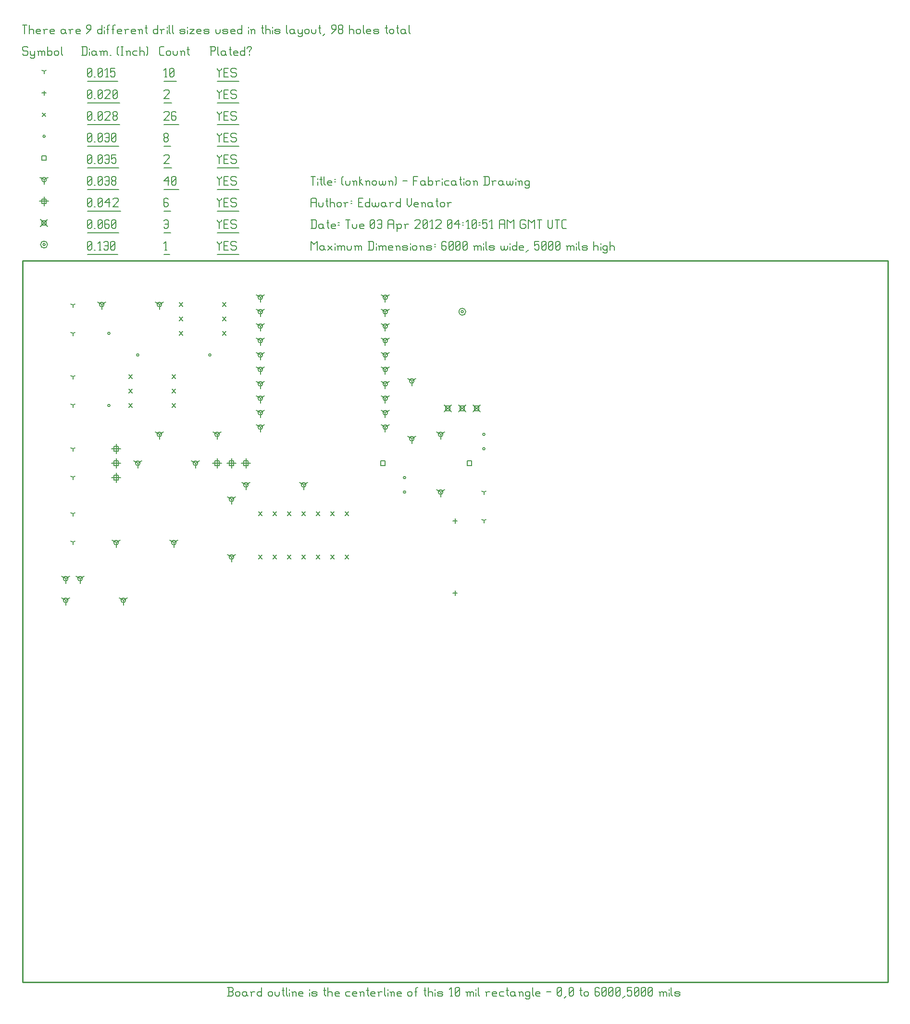
<source format=gbr>
G04 start of page 12 for group -3984 idx -3984 *
G04 Title: (unknown), fab *
G04 Creator: pcb 20091103 *
G04 CreationDate: Tue 03 Apr 2012 04:10:51 AM GMT UTC *
G04 For: ed *
G04 Format: Gerber/RS-274X *
G04 PCB-Dimensions: 600000 500000 *
G04 PCB-Coordinate-Origin: lower left *
%MOIN*%
%FSLAX25Y25*%
%LNFAB*%
%ADD36C,0.0100*%
%ADD38C,0.0080*%
%ADD39C,0.0060*%
G54D38*X304200Y464685D02*G75*G03X305800Y464685I800J0D01*G01*
G75*G03X304200Y464685I-800J0D01*G01*
X302600D02*G75*G03X307400Y464685I2400J0D01*G01*
G75*G03X302600Y464685I-2400J0D01*G01*
X14200Y511250D02*G75*G03X15800Y511250I800J0D01*G01*
G75*G03X14200Y511250I-800J0D01*G01*
X12600D02*G75*G03X17400Y511250I2400J0D01*G01*
G75*G03X12600Y511250I-2400J0D01*G01*
G54D39*X135000Y513500D02*Y512750D01*
X136500Y511250D01*
X138000Y512750D01*
Y513500D02*Y512750D01*
X136500Y511250D02*Y507500D01*
X139801Y510500D02*X142051D01*
X139801Y507500D02*X142801D01*
X139801Y513500D02*Y507500D01*
Y513500D02*X142801D01*
X147603D02*X148353Y512750D01*
X145353Y513500D02*X147603D01*
X144603Y512750D02*X145353Y513500D01*
X144603Y512750D02*Y511250D01*
X145353Y510500D01*
X147603D01*
X148353Y509750D01*
Y508250D01*
X147603Y507500D02*X148353Y508250D01*
X145353Y507500D02*X147603D01*
X144603Y508250D02*X145353Y507500D01*
X135000Y504249D02*X150154D01*
X98750Y507500D02*X100250D01*
X99500Y513500D02*Y507500D01*
X98000Y512000D02*X99500Y513500D01*
X98000Y504249D02*X102051D01*
X45000Y508250D02*X45750Y507500D01*
X45000Y512750D02*Y508250D01*
Y512750D02*X45750Y513500D01*
X47250D01*
X48000Y512750D01*
Y508250D01*
X47250Y507500D02*X48000Y508250D01*
X45750Y507500D02*X47250D01*
X45000Y509000D02*X48000Y512000D01*
X49801Y507500D02*X50551D01*
X53103D02*X54603D01*
X53853Y513500D02*Y507500D01*
X52353Y512000D02*X53853Y513500D01*
X56404Y512750D02*X57154Y513500D01*
X58654D01*
X59404Y512750D01*
Y508250D01*
X58654Y507500D02*X59404Y508250D01*
X57154Y507500D02*X58654D01*
X56404Y508250D02*X57154Y507500D01*
Y510500D02*X59404D01*
X61206Y508250D02*X61956Y507500D01*
X61206Y512750D02*Y508250D01*
Y512750D02*X61956Y513500D01*
X63456D01*
X64206Y512750D01*
Y508250D01*
X63456Y507500D02*X64206Y508250D01*
X61956Y507500D02*X63456D01*
X61206Y509000D02*X64206Y512000D01*
X45000Y504249D02*X66007D01*
X292600Y400085D02*X297400Y395285D01*
X292600D02*X297400Y400085D01*
X293400Y399285D02*X296600D01*
X293400D02*Y396085D01*
X296600D01*
Y399285D02*Y396085D01*
X302600Y400085D02*X307400Y395285D01*
X302600D02*X307400Y400085D01*
X303400Y399285D02*X306600D01*
X303400D02*Y396085D01*
X306600D01*
Y399285D02*Y396085D01*
X312600Y400085D02*X317400Y395285D01*
X312600D02*X317400Y400085D01*
X313400Y399285D02*X316600D01*
X313400D02*Y396085D01*
X316600D01*
Y399285D02*Y396085D01*
X12600Y528650D02*X17400Y523850D01*
X12600D02*X17400Y528650D01*
X13400Y527850D02*X16600D01*
X13400D02*Y524650D01*
X16600D01*
Y527850D02*Y524650D01*
X135000Y528500D02*Y527750D01*
X136500Y526250D01*
X138000Y527750D01*
Y528500D02*Y527750D01*
X136500Y526250D02*Y522500D01*
X139801Y525500D02*X142051D01*
X139801Y522500D02*X142801D01*
X139801Y528500D02*Y522500D01*
Y528500D02*X142801D01*
X147603D02*X148353Y527750D01*
X145353Y528500D02*X147603D01*
X144603Y527750D02*X145353Y528500D01*
X144603Y527750D02*Y526250D01*
X145353Y525500D01*
X147603D01*
X148353Y524750D01*
Y523250D01*
X147603Y522500D02*X148353Y523250D01*
X145353Y522500D02*X147603D01*
X144603Y523250D02*X145353Y522500D01*
X135000Y519249D02*X150154D01*
X98000Y527750D02*X98750Y528500D01*
X100250D01*
X101000Y527750D01*
Y523250D01*
X100250Y522500D02*X101000Y523250D01*
X98750Y522500D02*X100250D01*
X98000Y523250D02*X98750Y522500D01*
Y525500D02*X101000D01*
X98000Y519249D02*X102801D01*
X45000Y523250D02*X45750Y522500D01*
X45000Y527750D02*Y523250D01*
Y527750D02*X45750Y528500D01*
X47250D01*
X48000Y527750D01*
Y523250D01*
X47250Y522500D02*X48000Y523250D01*
X45750Y522500D02*X47250D01*
X45000Y524000D02*X48000Y527000D01*
X49801Y522500D02*X50551D01*
X52353Y523250D02*X53103Y522500D01*
X52353Y527750D02*Y523250D01*
Y527750D02*X53103Y528500D01*
X54603D01*
X55353Y527750D01*
Y523250D01*
X54603Y522500D02*X55353Y523250D01*
X53103Y522500D02*X54603D01*
X52353Y524000D02*X55353Y527000D01*
X59404Y528500D02*X60154Y527750D01*
X57904Y528500D02*X59404D01*
X57154Y527750D02*X57904Y528500D01*
X57154Y527750D02*Y523250D01*
X57904Y522500D01*
X59404Y525500D02*X60154Y524750D01*
X57154Y525500D02*X59404D01*
X57904Y522500D02*X59404D01*
X60154Y523250D01*
Y524750D02*Y523250D01*
X61956D02*X62706Y522500D01*
X61956Y527750D02*Y523250D01*
Y527750D02*X62706Y528500D01*
X64206D01*
X64956Y527750D01*
Y523250D01*
X64206Y522500D02*X64956Y523250D01*
X62706Y522500D02*X64206D01*
X61956Y524000D02*X64956Y527000D01*
X45000Y519249D02*X66757D01*
X65000Y352885D02*Y346485D01*
X61800Y349685D02*X68200D01*
X63400Y351285D02*X66600D01*
X63400D02*Y348085D01*
X66600D01*
Y351285D02*Y348085D01*
X65000Y362885D02*Y356485D01*
X61800Y359685D02*X68200D01*
X63400Y361285D02*X66600D01*
X63400D02*Y358085D01*
X66600D01*
Y361285D02*Y358085D01*
X65000Y372885D02*Y366485D01*
X61800Y369685D02*X68200D01*
X63400Y371285D02*X66600D01*
X63400D02*Y368085D01*
X66600D01*
Y371285D02*Y368085D01*
X135000Y362885D02*Y356485D01*
X131800Y359685D02*X138200D01*
X133400Y361285D02*X136600D01*
X133400D02*Y358085D01*
X136600D01*
Y361285D02*Y358085D01*
X145000Y362885D02*Y356485D01*
X141800Y359685D02*X148200D01*
X143400Y361285D02*X146600D01*
X143400D02*Y358085D01*
X146600D01*
Y361285D02*Y358085D01*
X155000Y362885D02*Y356485D01*
X151800Y359685D02*X158200D01*
X153400Y361285D02*X156600D01*
X153400D02*Y358085D01*
X156600D01*
Y361285D02*Y358085D01*
X15000Y544450D02*Y538050D01*
X11800Y541250D02*X18200D01*
X13400Y542850D02*X16600D01*
X13400D02*Y539650D01*
X16600D01*
Y542850D02*Y539650D01*
X135000Y543500D02*Y542750D01*
X136500Y541250D01*
X138000Y542750D01*
Y543500D02*Y542750D01*
X136500Y541250D02*Y537500D01*
X139801Y540500D02*X142051D01*
X139801Y537500D02*X142801D01*
X139801Y543500D02*Y537500D01*
Y543500D02*X142801D01*
X147603D02*X148353Y542750D01*
X145353Y543500D02*X147603D01*
X144603Y542750D02*X145353Y543500D01*
X144603Y542750D02*Y541250D01*
X145353Y540500D01*
X147603D01*
X148353Y539750D01*
Y538250D01*
X147603Y537500D02*X148353Y538250D01*
X145353Y537500D02*X147603D01*
X144603Y538250D02*X145353Y537500D01*
X135000Y534249D02*X150154D01*
X100250Y543500D02*X101000Y542750D01*
X98750Y543500D02*X100250D01*
X98000Y542750D02*X98750Y543500D01*
X98000Y542750D02*Y538250D01*
X98750Y537500D01*
X100250Y540500D02*X101000Y539750D01*
X98000Y540500D02*X100250D01*
X98750Y537500D02*X100250D01*
X101000Y538250D01*
Y539750D02*Y538250D01*
X98000Y534249D02*X102801D01*
X45000Y538250D02*X45750Y537500D01*
X45000Y542750D02*Y538250D01*
Y542750D02*X45750Y543500D01*
X47250D01*
X48000Y542750D01*
Y538250D01*
X47250Y537500D02*X48000Y538250D01*
X45750Y537500D02*X47250D01*
X45000Y539000D02*X48000Y542000D01*
X49801Y537500D02*X50551D01*
X52353Y538250D02*X53103Y537500D01*
X52353Y542750D02*Y538250D01*
Y542750D02*X53103Y543500D01*
X54603D01*
X55353Y542750D01*
Y538250D01*
X54603Y537500D02*X55353Y538250D01*
X53103Y537500D02*X54603D01*
X52353Y539000D02*X55353Y542000D01*
X57154Y540500D02*X60154Y543500D01*
X57154Y540500D02*X60904D01*
X60154Y543500D02*Y537500D01*
X62706Y542750D02*X63456Y543500D01*
X65706D01*
X66456Y542750D01*
Y541250D01*
X62706Y537500D02*X66456Y541250D01*
X62706Y537500D02*X66456D01*
X45000Y534249D02*X68257D01*
X195000Y344685D02*Y341485D01*
Y344685D02*X197773Y346285D01*
X195000Y344685D02*X192227Y346285D01*
X193400Y344685D02*G75*G03X196600Y344685I1600J0D01*G01*
G75*G03X193400Y344685I-1600J0D01*G01*
X155000D02*Y341485D01*
Y344685D02*X157773Y346285D01*
X155000Y344685D02*X152227Y346285D01*
X153400Y344685D02*G75*G03X156600Y344685I1600J0D01*G01*
G75*G03X153400Y344685I-1600J0D01*G01*
X120000Y359685D02*Y356485D01*
Y359685D02*X122773Y361285D01*
X120000Y359685D02*X117227Y361285D01*
X118400Y359685D02*G75*G03X121600Y359685I1600J0D01*G01*
G75*G03X118400Y359685I-1600J0D01*G01*
X80000D02*Y356485D01*
Y359685D02*X82773Y361285D01*
X80000Y359685D02*X77227Y361285D01*
X78400Y359685D02*G75*G03X81600Y359685I1600J0D01*G01*
G75*G03X78400Y359685I-1600J0D01*G01*
X290000Y379685D02*Y376485D01*
Y379685D02*X292773Y381285D01*
X290000Y379685D02*X287227Y381285D01*
X288400Y379685D02*G75*G03X291600Y379685I1600J0D01*G01*
G75*G03X288400Y379685I-1600J0D01*G01*
X290000Y339685D02*Y336485D01*
Y339685D02*X292773Y341285D01*
X290000Y339685D02*X287227Y341285D01*
X288400Y339685D02*G75*G03X291600Y339685I1600J0D01*G01*
G75*G03X288400Y339685I-1600J0D01*G01*
X270000Y416685D02*Y413485D01*
Y416685D02*X272773Y418285D01*
X270000Y416685D02*X267227Y418285D01*
X268400Y416685D02*G75*G03X271600Y416685I1600J0D01*G01*
G75*G03X268400Y416685I-1600J0D01*G01*
X270000Y376685D02*Y373485D01*
Y376685D02*X272773Y378285D01*
X270000Y376685D02*X267227Y378285D01*
X268400Y376685D02*G75*G03X271600Y376685I1600J0D01*G01*
G75*G03X268400Y376685I-1600J0D01*G01*
X105000Y304685D02*Y301485D01*
Y304685D02*X107773Y306285D01*
X105000Y304685D02*X102227Y306285D01*
X103400Y304685D02*G75*G03X106600Y304685I1600J0D01*G01*
G75*G03X103400Y304685I-1600J0D01*G01*
X65000D02*Y301485D01*
Y304685D02*X67773Y306285D01*
X65000Y304685D02*X62227Y306285D01*
X63400Y304685D02*G75*G03X66600Y304685I1600J0D01*G01*
G75*G03X63400Y304685I-1600J0D01*G01*
X30000Y279685D02*Y276485D01*
Y279685D02*X32773Y281285D01*
X30000Y279685D02*X27227Y281285D01*
X28400Y279685D02*G75*G03X31600Y279685I1600J0D01*G01*
G75*G03X28400Y279685I-1600J0D01*G01*
X40000D02*Y276485D01*
Y279685D02*X42773Y281285D01*
X40000Y279685D02*X37227Y281285D01*
X38400Y279685D02*G75*G03X41600Y279685I1600J0D01*G01*
G75*G03X38400Y279685I-1600J0D01*G01*
X165000Y474685D02*Y471485D01*
Y474685D02*X167773Y476285D01*
X165000Y474685D02*X162227Y476285D01*
X163400Y474685D02*G75*G03X166600Y474685I1600J0D01*G01*
G75*G03X163400Y474685I-1600J0D01*G01*
X165000Y464685D02*Y461485D01*
Y464685D02*X167773Y466285D01*
X165000Y464685D02*X162227Y466285D01*
X163400Y464685D02*G75*G03X166600Y464685I1600J0D01*G01*
G75*G03X163400Y464685I-1600J0D01*G01*
X165000Y454685D02*Y451485D01*
Y454685D02*X167773Y456285D01*
X165000Y454685D02*X162227Y456285D01*
X163400Y454685D02*G75*G03X166600Y454685I1600J0D01*G01*
G75*G03X163400Y454685I-1600J0D01*G01*
X165000Y444685D02*Y441485D01*
Y444685D02*X167773Y446285D01*
X165000Y444685D02*X162227Y446285D01*
X163400Y444685D02*G75*G03X166600Y444685I1600J0D01*G01*
G75*G03X163400Y444685I-1600J0D01*G01*
X165000Y434685D02*Y431485D01*
Y434685D02*X167773Y436285D01*
X165000Y434685D02*X162227Y436285D01*
X163400Y434685D02*G75*G03X166600Y434685I1600J0D01*G01*
G75*G03X163400Y434685I-1600J0D01*G01*
X165000Y424685D02*Y421485D01*
Y424685D02*X167773Y426285D01*
X165000Y424685D02*X162227Y426285D01*
X163400Y424685D02*G75*G03X166600Y424685I1600J0D01*G01*
G75*G03X163400Y424685I-1600J0D01*G01*
X165000Y414685D02*Y411485D01*
Y414685D02*X167773Y416285D01*
X165000Y414685D02*X162227Y416285D01*
X163400Y414685D02*G75*G03X166600Y414685I1600J0D01*G01*
G75*G03X163400Y414685I-1600J0D01*G01*
X165000Y404685D02*Y401485D01*
Y404685D02*X167773Y406285D01*
X165000Y404685D02*X162227Y406285D01*
X163400Y404685D02*G75*G03X166600Y404685I1600J0D01*G01*
G75*G03X163400Y404685I-1600J0D01*G01*
X165000Y394685D02*Y391485D01*
Y394685D02*X167773Y396285D01*
X165000Y394685D02*X162227Y396285D01*
X163400Y394685D02*G75*G03X166600Y394685I1600J0D01*G01*
G75*G03X163400Y394685I-1600J0D01*G01*
X165000Y384685D02*Y381485D01*
Y384685D02*X167773Y386285D01*
X165000Y384685D02*X162227Y386285D01*
X163400Y384685D02*G75*G03X166600Y384685I1600J0D01*G01*
G75*G03X163400Y384685I-1600J0D01*G01*
X251600Y474685D02*Y471485D01*
Y474685D02*X254373Y476285D01*
X251600Y474685D02*X248827Y476285D01*
X250000Y474685D02*G75*G03X253200Y474685I1600J0D01*G01*
G75*G03X250000Y474685I-1600J0D01*G01*
X251600Y464685D02*Y461485D01*
Y464685D02*X254373Y466285D01*
X251600Y464685D02*X248827Y466285D01*
X250000Y464685D02*G75*G03X253200Y464685I1600J0D01*G01*
G75*G03X250000Y464685I-1600J0D01*G01*
X251600Y454685D02*Y451485D01*
Y454685D02*X254373Y456285D01*
X251600Y454685D02*X248827Y456285D01*
X250000Y454685D02*G75*G03X253200Y454685I1600J0D01*G01*
G75*G03X250000Y454685I-1600J0D01*G01*
X251600Y444685D02*Y441485D01*
Y444685D02*X254373Y446285D01*
X251600Y444685D02*X248827Y446285D01*
X250000Y444685D02*G75*G03X253200Y444685I1600J0D01*G01*
G75*G03X250000Y444685I-1600J0D01*G01*
X251600Y434685D02*Y431485D01*
Y434685D02*X254373Y436285D01*
X251600Y434685D02*X248827Y436285D01*
X250000Y434685D02*G75*G03X253200Y434685I1600J0D01*G01*
G75*G03X250000Y434685I-1600J0D01*G01*
X251600Y424685D02*Y421485D01*
Y424685D02*X254373Y426285D01*
X251600Y424685D02*X248827Y426285D01*
X250000Y424685D02*G75*G03X253200Y424685I1600J0D01*G01*
G75*G03X250000Y424685I-1600J0D01*G01*
X251600Y414685D02*Y411485D01*
Y414685D02*X254373Y416285D01*
X251600Y414685D02*X248827Y416285D01*
X250000Y414685D02*G75*G03X253200Y414685I1600J0D01*G01*
G75*G03X250000Y414685I-1600J0D01*G01*
X251600Y404685D02*Y401485D01*
Y404685D02*X254373Y406285D01*
X251600Y404685D02*X248827Y406285D01*
X250000Y404685D02*G75*G03X253200Y404685I1600J0D01*G01*
G75*G03X250000Y404685I-1600J0D01*G01*
X251600Y394685D02*Y391485D01*
Y394685D02*X254373Y396285D01*
X251600Y394685D02*X248827Y396285D01*
X250000Y394685D02*G75*G03X253200Y394685I1600J0D01*G01*
G75*G03X250000Y394685I-1600J0D01*G01*
X251600Y384685D02*Y381485D01*
Y384685D02*X254373Y386285D01*
X251600Y384685D02*X248827Y386285D01*
X250000Y384685D02*G75*G03X253200Y384685I1600J0D01*G01*
G75*G03X250000Y384685I-1600J0D01*G01*
X70000Y264685D02*Y261485D01*
Y264685D02*X72773Y266285D01*
X70000Y264685D02*X67227Y266285D01*
X68400Y264685D02*G75*G03X71600Y264685I1600J0D01*G01*
G75*G03X68400Y264685I-1600J0D01*G01*
X30000D02*Y261485D01*
Y264685D02*X32773Y266285D01*
X30000Y264685D02*X27227Y266285D01*
X28400Y264685D02*G75*G03X31600Y264685I1600J0D01*G01*
G75*G03X28400Y264685I-1600J0D01*G01*
X95000Y469685D02*Y466485D01*
Y469685D02*X97773Y471285D01*
X95000Y469685D02*X92227Y471285D01*
X93400Y469685D02*G75*G03X96600Y469685I1600J0D01*G01*
G75*G03X93400Y469685I-1600J0D01*G01*
X55000D02*Y466485D01*
Y469685D02*X57773Y471285D01*
X55000Y469685D02*X52227Y471285D01*
X53400Y469685D02*G75*G03X56600Y469685I1600J0D01*G01*
G75*G03X53400Y469685I-1600J0D01*G01*
X135000Y379685D02*Y376485D01*
Y379685D02*X137773Y381285D01*
X135000Y379685D02*X132227Y381285D01*
X133400Y379685D02*G75*G03X136600Y379685I1600J0D01*G01*
G75*G03X133400Y379685I-1600J0D01*G01*
X95000D02*Y376485D01*
Y379685D02*X97773Y381285D01*
X95000Y379685D02*X92227Y381285D01*
X93400Y379685D02*G75*G03X96600Y379685I1600J0D01*G01*
G75*G03X93400Y379685I-1600J0D01*G01*
X145000Y294685D02*Y291485D01*
Y294685D02*X147773Y296285D01*
X145000Y294685D02*X142227Y296285D01*
X143400Y294685D02*G75*G03X146600Y294685I1600J0D01*G01*
G75*G03X143400Y294685I-1600J0D01*G01*
X145000Y334685D02*Y331485D01*
Y334685D02*X147773Y336285D01*
X145000Y334685D02*X142227Y336285D01*
X143400Y334685D02*G75*G03X146600Y334685I1600J0D01*G01*
G75*G03X143400Y334685I-1600J0D01*G01*
X15000Y556250D02*Y553050D01*
Y556250D02*X17773Y557850D01*
X15000Y556250D02*X12227Y557850D01*
X13400Y556250D02*G75*G03X16600Y556250I1600J0D01*G01*
G75*G03X13400Y556250I-1600J0D01*G01*
X135000Y558500D02*Y557750D01*
X136500Y556250D01*
X138000Y557750D01*
Y558500D02*Y557750D01*
X136500Y556250D02*Y552500D01*
X139801Y555500D02*X142051D01*
X139801Y552500D02*X142801D01*
X139801Y558500D02*Y552500D01*
Y558500D02*X142801D01*
X147603D02*X148353Y557750D01*
X145353Y558500D02*X147603D01*
X144603Y557750D02*X145353Y558500D01*
X144603Y557750D02*Y556250D01*
X145353Y555500D01*
X147603D01*
X148353Y554750D01*
Y553250D01*
X147603Y552500D02*X148353Y553250D01*
X145353Y552500D02*X147603D01*
X144603Y553250D02*X145353Y552500D01*
X135000Y549249D02*X150154D01*
X98000Y555500D02*X101000Y558500D01*
X98000Y555500D02*X101750D01*
X101000Y558500D02*Y552500D01*
X103551Y553250D02*X104301Y552500D01*
X103551Y557750D02*Y553250D01*
Y557750D02*X104301Y558500D01*
X105801D01*
X106551Y557750D01*
Y553250D01*
X105801Y552500D02*X106551Y553250D01*
X104301Y552500D02*X105801D01*
X103551Y554000D02*X106551Y557000D01*
X98000Y549249D02*X108353D01*
X45000Y553250D02*X45750Y552500D01*
X45000Y557750D02*Y553250D01*
Y557750D02*X45750Y558500D01*
X47250D01*
X48000Y557750D01*
Y553250D01*
X47250Y552500D02*X48000Y553250D01*
X45750Y552500D02*X47250D01*
X45000Y554000D02*X48000Y557000D01*
X49801Y552500D02*X50551D01*
X52353Y553250D02*X53103Y552500D01*
X52353Y557750D02*Y553250D01*
Y557750D02*X53103Y558500D01*
X54603D01*
X55353Y557750D01*
Y553250D01*
X54603Y552500D02*X55353Y553250D01*
X53103Y552500D02*X54603D01*
X52353Y554000D02*X55353Y557000D01*
X57154Y557750D02*X57904Y558500D01*
X59404D01*
X60154Y557750D01*
Y553250D01*
X59404Y552500D02*X60154Y553250D01*
X57904Y552500D02*X59404D01*
X57154Y553250D02*X57904Y552500D01*
Y555500D02*X60154D01*
X61956Y553250D02*X62706Y552500D01*
X61956Y554750D02*Y553250D01*
Y554750D02*X62706Y555500D01*
X64206D01*
X64956Y554750D01*
Y553250D01*
X64206Y552500D02*X64956Y553250D01*
X62706Y552500D02*X64206D01*
X61956Y556250D02*X62706Y555500D01*
X61956Y557750D02*Y556250D01*
Y557750D02*X62706Y558500D01*
X64206D01*
X64956Y557750D01*
Y556250D01*
X64206Y555500D02*X64956Y556250D01*
X45000Y549249D02*X66757D01*
X248400Y361285D02*X251600D01*
X248400D02*Y358085D01*
X251600D01*
Y361285D02*Y358085D01*
X308400Y361285D02*X311600D01*
X308400D02*Y358085D01*
X311600D01*
Y361285D02*Y358085D01*
X13400Y572850D02*X16600D01*
X13400D02*Y569650D01*
X16600D01*
Y572850D02*Y569650D01*
X135000Y573500D02*Y572750D01*
X136500Y571250D01*
X138000Y572750D01*
Y573500D02*Y572750D01*
X136500Y571250D02*Y567500D01*
X139801Y570500D02*X142051D01*
X139801Y567500D02*X142801D01*
X139801Y573500D02*Y567500D01*
Y573500D02*X142801D01*
X147603D02*X148353Y572750D01*
X145353Y573500D02*X147603D01*
X144603Y572750D02*X145353Y573500D01*
X144603Y572750D02*Y571250D01*
X145353Y570500D01*
X147603D01*
X148353Y569750D01*
Y568250D01*
X147603Y567500D02*X148353Y568250D01*
X145353Y567500D02*X147603D01*
X144603Y568250D02*X145353Y567500D01*
X135000Y564249D02*X150154D01*
X98000Y572750D02*X98750Y573500D01*
X101000D01*
X101750Y572750D01*
Y571250D01*
X98000Y567500D02*X101750Y571250D01*
X98000Y567500D02*X101750D01*
X98000Y564249D02*X103551D01*
X45000Y568250D02*X45750Y567500D01*
X45000Y572750D02*Y568250D01*
Y572750D02*X45750Y573500D01*
X47250D01*
X48000Y572750D01*
Y568250D01*
X47250Y567500D02*X48000Y568250D01*
X45750Y567500D02*X47250D01*
X45000Y569000D02*X48000Y572000D01*
X49801Y567500D02*X50551D01*
X52353Y568250D02*X53103Y567500D01*
X52353Y572750D02*Y568250D01*
Y572750D02*X53103Y573500D01*
X54603D01*
X55353Y572750D01*
Y568250D01*
X54603Y567500D02*X55353Y568250D01*
X53103Y567500D02*X54603D01*
X52353Y569000D02*X55353Y572000D01*
X57154Y572750D02*X57904Y573500D01*
X59404D01*
X60154Y572750D01*
Y568250D01*
X59404Y567500D02*X60154Y568250D01*
X57904Y567500D02*X59404D01*
X57154Y568250D02*X57904Y567500D01*
Y570500D02*X60154D01*
X61956Y573500D02*X64956D01*
X61956D02*Y570500D01*
X62706Y571250D01*
X64206D01*
X64956Y570500D01*
Y568250D01*
X64206Y567500D02*X64956Y568250D01*
X62706Y567500D02*X64206D01*
X61956Y568250D02*X62706Y567500D01*
X45000Y564249D02*X66757D01*
X319200Y379685D02*G75*G03X320800Y379685I800J0D01*G01*
G75*G03X319200Y379685I-800J0D01*G01*
Y369685D02*G75*G03X320800Y369685I800J0D01*G01*
G75*G03X319200Y369685I-800J0D01*G01*
X59200Y449685D02*G75*G03X60800Y449685I800J0D01*G01*
G75*G03X59200Y449685I-800J0D01*G01*
Y399685D02*G75*G03X60800Y399685I800J0D01*G01*
G75*G03X59200Y399685I-800J0D01*G01*
X264200Y349685D02*G75*G03X265800Y349685I800J0D01*G01*
G75*G03X264200Y349685I-800J0D01*G01*
Y339685D02*G75*G03X265800Y339685I800J0D01*G01*
G75*G03X264200Y339685I-800J0D01*G01*
X79200Y434685D02*G75*G03X80800Y434685I800J0D01*G01*
G75*G03X79200Y434685I-800J0D01*G01*
X129200D02*G75*G03X130800Y434685I800J0D01*G01*
G75*G03X129200Y434685I-800J0D01*G01*
X14200Y586250D02*G75*G03X15800Y586250I800J0D01*G01*
G75*G03X14200Y586250I-800J0D01*G01*
X135000Y588500D02*Y587750D01*
X136500Y586250D01*
X138000Y587750D01*
Y588500D02*Y587750D01*
X136500Y586250D02*Y582500D01*
X139801Y585500D02*X142051D01*
X139801Y582500D02*X142801D01*
X139801Y588500D02*Y582500D01*
Y588500D02*X142801D01*
X147603D02*X148353Y587750D01*
X145353Y588500D02*X147603D01*
X144603Y587750D02*X145353Y588500D01*
X144603Y587750D02*Y586250D01*
X145353Y585500D01*
X147603D01*
X148353Y584750D01*
Y583250D01*
X147603Y582500D02*X148353Y583250D01*
X145353Y582500D02*X147603D01*
X144603Y583250D02*X145353Y582500D01*
X135000Y579249D02*X150154D01*
X98000Y583250D02*X98750Y582500D01*
X98000Y584750D02*Y583250D01*
Y584750D02*X98750Y585500D01*
X100250D01*
X101000Y584750D01*
Y583250D01*
X100250Y582500D02*X101000Y583250D01*
X98750Y582500D02*X100250D01*
X98000Y586250D02*X98750Y585500D01*
X98000Y587750D02*Y586250D01*
Y587750D02*X98750Y588500D01*
X100250D01*
X101000Y587750D01*
Y586250D01*
X100250Y585500D02*X101000Y586250D01*
X98000Y579249D02*X102801D01*
X45000Y583250D02*X45750Y582500D01*
X45000Y587750D02*Y583250D01*
Y587750D02*X45750Y588500D01*
X47250D01*
X48000Y587750D01*
Y583250D01*
X47250Y582500D02*X48000Y583250D01*
X45750Y582500D02*X47250D01*
X45000Y584000D02*X48000Y587000D01*
X49801Y582500D02*X50551D01*
X52353Y583250D02*X53103Y582500D01*
X52353Y587750D02*Y583250D01*
Y587750D02*X53103Y588500D01*
X54603D01*
X55353Y587750D01*
Y583250D01*
X54603Y582500D02*X55353Y583250D01*
X53103Y582500D02*X54603D01*
X52353Y584000D02*X55353Y587000D01*
X57154Y587750D02*X57904Y588500D01*
X59404D01*
X60154Y587750D01*
Y583250D01*
X59404Y582500D02*X60154Y583250D01*
X57904Y582500D02*X59404D01*
X57154Y583250D02*X57904Y582500D01*
Y585500D02*X60154D01*
X61956Y583250D02*X62706Y582500D01*
X61956Y587750D02*Y583250D01*
Y587750D02*X62706Y588500D01*
X64206D01*
X64956Y587750D01*
Y583250D01*
X64206Y582500D02*X64956Y583250D01*
X62706Y582500D02*X64206D01*
X61956Y584000D02*X64956Y587000D01*
X45000Y579249D02*X66757D01*
X103800Y400885D02*X106200Y398485D01*
X103800D02*X106200Y400885D01*
X103800Y410885D02*X106200Y408485D01*
X103800D02*X106200Y410885D01*
X103800Y420885D02*X106200Y418485D01*
X103800D02*X106200Y420885D01*
X73800D02*X76200Y418485D01*
X73800D02*X76200Y420885D01*
X73800Y410885D02*X76200Y408485D01*
X73800D02*X76200Y410885D01*
X73800Y400885D02*X76200Y398485D01*
X73800D02*X76200Y400885D01*
X223800Y325885D02*X226200Y323485D01*
X223800D02*X226200Y325885D01*
X213800D02*X216200Y323485D01*
X213800D02*X216200Y325885D01*
X203800D02*X206200Y323485D01*
X203800D02*X206200Y325885D01*
X193800D02*X196200Y323485D01*
X193800D02*X196200Y325885D01*
X183800D02*X186200Y323485D01*
X183800D02*X186200Y325885D01*
X173800D02*X176200Y323485D01*
X173800D02*X176200Y325885D01*
X163800D02*X166200Y323485D01*
X163800D02*X166200Y325885D01*
X163800Y295885D02*X166200Y293485D01*
X163800D02*X166200Y295885D01*
X173800D02*X176200Y293485D01*
X173800D02*X176200Y295885D01*
X183800D02*X186200Y293485D01*
X183800D02*X186200Y295885D01*
X193800D02*X196200Y293485D01*
X193800D02*X196200Y295885D01*
X203800D02*X206200Y293485D01*
X203800D02*X206200Y295885D01*
X213800D02*X216200Y293485D01*
X213800D02*X216200Y295885D01*
X223800D02*X226200Y293485D01*
X223800D02*X226200Y295885D01*
X108800Y470885D02*X111200Y468485D01*
X108800D02*X111200Y470885D01*
X108800Y460885D02*X111200Y458485D01*
X108800D02*X111200Y460885D01*
X108800Y450885D02*X111200Y448485D01*
X108800D02*X111200Y450885D01*
X138800D02*X141200Y448485D01*
X138800D02*X141200Y450885D01*
X138800Y460885D02*X141200Y458485D01*
X138800D02*X141200Y460885D01*
X138800Y470885D02*X141200Y468485D01*
X138800D02*X141200Y470885D01*
X13800Y602450D02*X16200Y600050D01*
X13800D02*X16200Y602450D01*
X135000Y603500D02*Y602750D01*
X136500Y601250D01*
X138000Y602750D01*
Y603500D02*Y602750D01*
X136500Y601250D02*Y597500D01*
X139801Y600500D02*X142051D01*
X139801Y597500D02*X142801D01*
X139801Y603500D02*Y597500D01*
Y603500D02*X142801D01*
X147603D02*X148353Y602750D01*
X145353Y603500D02*X147603D01*
X144603Y602750D02*X145353Y603500D01*
X144603Y602750D02*Y601250D01*
X145353Y600500D01*
X147603D01*
X148353Y599750D01*
Y598250D01*
X147603Y597500D02*X148353Y598250D01*
X145353Y597500D02*X147603D01*
X144603Y598250D02*X145353Y597500D01*
X135000Y594249D02*X150154D01*
X98000Y602750D02*X98750Y603500D01*
X101000D01*
X101750Y602750D01*
Y601250D01*
X98000Y597500D02*X101750Y601250D01*
X98000Y597500D02*X101750D01*
X105801Y603500D02*X106551Y602750D01*
X104301Y603500D02*X105801D01*
X103551Y602750D02*X104301Y603500D01*
X103551Y602750D02*Y598250D01*
X104301Y597500D01*
X105801Y600500D02*X106551Y599750D01*
X103551Y600500D02*X105801D01*
X104301Y597500D02*X105801D01*
X106551Y598250D01*
Y599750D02*Y598250D01*
X98000Y594249D02*X108353D01*
X45000Y598250D02*X45750Y597500D01*
X45000Y602750D02*Y598250D01*
Y602750D02*X45750Y603500D01*
X47250D01*
X48000Y602750D01*
Y598250D01*
X47250Y597500D02*X48000Y598250D01*
X45750Y597500D02*X47250D01*
X45000Y599000D02*X48000Y602000D01*
X49801Y597500D02*X50551D01*
X52353Y598250D02*X53103Y597500D01*
X52353Y602750D02*Y598250D01*
Y602750D02*X53103Y603500D01*
X54603D01*
X55353Y602750D01*
Y598250D01*
X54603Y597500D02*X55353Y598250D01*
X53103Y597500D02*X54603D01*
X52353Y599000D02*X55353Y602000D01*
X57154Y602750D02*X57904Y603500D01*
X60154D01*
X60904Y602750D01*
Y601250D01*
X57154Y597500D02*X60904Y601250D01*
X57154Y597500D02*X60904D01*
X62706Y598250D02*X63456Y597500D01*
X62706Y599750D02*Y598250D01*
Y599750D02*X63456Y600500D01*
X64956D01*
X65706Y599750D01*
Y598250D01*
X64956Y597500D02*X65706Y598250D01*
X63456Y597500D02*X64956D01*
X62706Y601250D02*X63456Y600500D01*
X62706Y602750D02*Y601250D01*
Y602750D02*X63456Y603500D01*
X64956D01*
X65706Y602750D01*
Y601250D01*
X64956Y600500D02*X65706Y601250D01*
X45000Y594249D02*X67507D01*
X300000Y321285D02*Y318085D01*
X298400Y319685D02*X301600D01*
X300000Y271285D02*Y268085D01*
X298400Y269685D02*X301600D01*
X15000Y617850D02*Y614650D01*
X13400Y616250D02*X16600D01*
X135000Y618500D02*Y617750D01*
X136500Y616250D01*
X138000Y617750D01*
Y618500D02*Y617750D01*
X136500Y616250D02*Y612500D01*
X139801Y615500D02*X142051D01*
X139801Y612500D02*X142801D01*
X139801Y618500D02*Y612500D01*
Y618500D02*X142801D01*
X147603D02*X148353Y617750D01*
X145353Y618500D02*X147603D01*
X144603Y617750D02*X145353Y618500D01*
X144603Y617750D02*Y616250D01*
X145353Y615500D01*
X147603D01*
X148353Y614750D01*
Y613250D01*
X147603Y612500D02*X148353Y613250D01*
X145353Y612500D02*X147603D01*
X144603Y613250D02*X145353Y612500D01*
X135000Y609249D02*X150154D01*
X98000Y617750D02*X98750Y618500D01*
X101000D01*
X101750Y617750D01*
Y616250D01*
X98000Y612500D02*X101750Y616250D01*
X98000Y612500D02*X101750D01*
X98000Y609249D02*X103551D01*
X45000Y613250D02*X45750Y612500D01*
X45000Y617750D02*Y613250D01*
Y617750D02*X45750Y618500D01*
X47250D01*
X48000Y617750D01*
Y613250D01*
X47250Y612500D02*X48000Y613250D01*
X45750Y612500D02*X47250D01*
X45000Y614000D02*X48000Y617000D01*
X49801Y612500D02*X50551D01*
X52353Y613250D02*X53103Y612500D01*
X52353Y617750D02*Y613250D01*
Y617750D02*X53103Y618500D01*
X54603D01*
X55353Y617750D01*
Y613250D01*
X54603Y612500D02*X55353Y613250D01*
X53103Y612500D02*X54603D01*
X52353Y614000D02*X55353Y617000D01*
X57154Y617750D02*X57904Y618500D01*
X60154D01*
X60904Y617750D01*
Y616250D01*
X57154Y612500D02*X60904Y616250D01*
X57154Y612500D02*X60904D01*
X62706Y613250D02*X63456Y612500D01*
X62706Y617750D02*Y613250D01*
Y617750D02*X63456Y618500D01*
X64956D01*
X65706Y617750D01*
Y613250D01*
X64956Y612500D02*X65706Y613250D01*
X63456Y612500D02*X64956D01*
X62706Y614000D02*X65706Y617000D01*
X45000Y609249D02*X67507D01*
X35000Y449685D02*Y448085D01*
Y449685D02*X36386Y450485D01*
X35000Y449685D02*X33614Y450485D01*
X35000Y469370D02*Y467770D01*
Y469370D02*X36386Y470170D01*
X35000Y469370D02*X33614Y470170D01*
X320000Y339685D02*Y338085D01*
Y339685D02*X321386Y340485D01*
X320000Y339685D02*X318614Y340485D01*
X320000Y320000D02*Y318400D01*
Y320000D02*X321386Y320800D01*
X320000Y320000D02*X318614Y320800D01*
X35000Y350000D02*Y348400D01*
Y350000D02*X36386Y350800D01*
X35000Y350000D02*X33614Y350800D01*
X35000Y369685D02*Y368085D01*
Y369685D02*X36386Y370485D01*
X35000Y369685D02*X33614Y370485D01*
X35000Y400000D02*Y398400D01*
Y400000D02*X36386Y400800D01*
X35000Y400000D02*X33614Y400800D01*
X35000Y419685D02*Y418085D01*
Y419685D02*X36386Y420485D01*
X35000Y419685D02*X33614Y420485D01*
X35000Y305000D02*Y303400D01*
Y305000D02*X36386Y305800D01*
X35000Y305000D02*X33614Y305800D01*
X35000Y324685D02*Y323085D01*
Y324685D02*X36386Y325485D01*
X35000Y324685D02*X33614Y325485D01*
X15000Y631250D02*Y629650D01*
Y631250D02*X16386Y632050D01*
X15000Y631250D02*X13614Y632050D01*
X135000Y633500D02*Y632750D01*
X136500Y631250D01*
X138000Y632750D01*
Y633500D02*Y632750D01*
X136500Y631250D02*Y627500D01*
X139801Y630500D02*X142051D01*
X139801Y627500D02*X142801D01*
X139801Y633500D02*Y627500D01*
Y633500D02*X142801D01*
X147603D02*X148353Y632750D01*
X145353Y633500D02*X147603D01*
X144603Y632750D02*X145353Y633500D01*
X144603Y632750D02*Y631250D01*
X145353Y630500D01*
X147603D01*
X148353Y629750D01*
Y628250D01*
X147603Y627500D02*X148353Y628250D01*
X145353Y627500D02*X147603D01*
X144603Y628250D02*X145353Y627500D01*
X135000Y624249D02*X150154D01*
X98750Y627500D02*X100250D01*
X99500Y633500D02*Y627500D01*
X98000Y632000D02*X99500Y633500D01*
X102051Y628250D02*X102801Y627500D01*
X102051Y632750D02*Y628250D01*
Y632750D02*X102801Y633500D01*
X104301D01*
X105051Y632750D01*
Y628250D01*
X104301Y627500D02*X105051Y628250D01*
X102801Y627500D02*X104301D01*
X102051Y629000D02*X105051Y632000D01*
X98000Y624249D02*X106853D01*
X45000Y628250D02*X45750Y627500D01*
X45000Y632750D02*Y628250D01*
Y632750D02*X45750Y633500D01*
X47250D01*
X48000Y632750D01*
Y628250D01*
X47250Y627500D02*X48000Y628250D01*
X45750Y627500D02*X47250D01*
X45000Y629000D02*X48000Y632000D01*
X49801Y627500D02*X50551D01*
X52353Y628250D02*X53103Y627500D01*
X52353Y632750D02*Y628250D01*
Y632750D02*X53103Y633500D01*
X54603D01*
X55353Y632750D01*
Y628250D01*
X54603Y627500D02*X55353Y628250D01*
X53103Y627500D02*X54603D01*
X52353Y629000D02*X55353Y632000D01*
X57904Y627500D02*X59404D01*
X58654Y633500D02*Y627500D01*
X57154Y632000D02*X58654Y633500D01*
X61206D02*X64206D01*
X61206D02*Y630500D01*
X61956Y631250D01*
X63456D01*
X64206Y630500D01*
Y628250D01*
X63456Y627500D02*X64206Y628250D01*
X61956Y627500D02*X63456D01*
X61206Y628250D02*X61956Y627500D01*
X45000Y624249D02*X66007D01*
X3000Y648500D02*X3750Y647750D01*
X750Y648500D02*X3000D01*
X0Y647750D02*X750Y648500D01*
X0Y647750D02*Y646250D01*
X750Y645500D01*
X3000D01*
X3750Y644750D01*
Y643250D01*
X3000Y642500D02*X3750Y643250D01*
X750Y642500D02*X3000D01*
X0Y643250D02*X750Y642500D01*
X5551Y645500D02*Y643250D01*
X6301Y642500D01*
X8551Y645500D02*Y641000D01*
X7801Y640250D02*X8551Y641000D01*
X6301Y640250D02*X7801D01*
X5551Y641000D02*X6301Y640250D01*
Y642500D02*X7801D01*
X8551Y643250D01*
X11103Y644750D02*Y642500D01*
Y644750D02*X11853Y645500D01*
X12603D01*
X13353Y644750D01*
Y642500D01*
Y644750D02*X14103Y645500D01*
X14853D01*
X15603Y644750D01*
Y642500D01*
X10353Y645500D02*X11103Y644750D01*
X17404Y648500D02*Y642500D01*
Y643250D02*X18154Y642500D01*
X19654D01*
X20404Y643250D01*
Y644750D02*Y643250D01*
X19654Y645500D02*X20404Y644750D01*
X18154Y645500D02*X19654D01*
X17404Y644750D02*X18154Y645500D01*
X22206Y644750D02*Y643250D01*
Y644750D02*X22956Y645500D01*
X24456D01*
X25206Y644750D01*
Y643250D01*
X24456Y642500D02*X25206Y643250D01*
X22956Y642500D02*X24456D01*
X22206Y643250D02*X22956Y642500D01*
X27007Y648500D02*Y643250D01*
X27757Y642500D01*
X41750Y648500D02*Y642500D01*
X44000Y648500D02*X44750Y647750D01*
Y643250D01*
X44000Y642500D02*X44750Y643250D01*
X41000Y642500D02*X44000D01*
X41000Y648500D02*X44000D01*
X46551Y647000D02*Y646250D01*
Y644750D02*Y642500D01*
X50303Y645500D02*X51053Y644750D01*
X48803Y645500D02*X50303D01*
X48053Y644750D02*X48803Y645500D01*
X48053Y644750D02*Y643250D01*
X48803Y642500D01*
X51053Y645500D02*Y643250D01*
X51803Y642500D01*
X48803D02*X50303D01*
X51053Y643250D01*
X54354Y644750D02*Y642500D01*
Y644750D02*X55104Y645500D01*
X55854D01*
X56604Y644750D01*
Y642500D01*
Y644750D02*X57354Y645500D01*
X58104D01*
X58854Y644750D01*
Y642500D01*
X53604Y645500D02*X54354Y644750D01*
X60656Y642500D02*X61406D01*
X65907Y643250D02*X66657Y642500D01*
X65907Y647750D02*X66657Y648500D01*
X65907Y647750D02*Y643250D01*
X68459Y648500D02*X69959D01*
X69209D02*Y642500D01*
X68459D02*X69959D01*
X72510Y644750D02*Y642500D01*
Y644750D02*X73260Y645500D01*
X74010D01*
X74760Y644750D01*
Y642500D01*
X71760Y645500D02*X72510Y644750D01*
X77312Y645500D02*X79562D01*
X76562Y644750D02*X77312Y645500D01*
X76562Y644750D02*Y643250D01*
X77312Y642500D01*
X79562D01*
X81363Y648500D02*Y642500D01*
Y644750D02*X82113Y645500D01*
X83613D01*
X84363Y644750D01*
Y642500D01*
X86165Y648500D02*X86915Y647750D01*
Y643250D01*
X86165Y642500D02*X86915Y643250D01*
X95750Y642500D02*X98000D01*
X95000Y643250D02*X95750Y642500D01*
X95000Y647750D02*Y643250D01*
Y647750D02*X95750Y648500D01*
X98000D01*
X99801Y644750D02*Y643250D01*
Y644750D02*X100551Y645500D01*
X102051D01*
X102801Y644750D01*
Y643250D01*
X102051Y642500D02*X102801Y643250D01*
X100551Y642500D02*X102051D01*
X99801Y643250D02*X100551Y642500D01*
X104603Y645500D02*Y643250D01*
X105353Y642500D01*
X106853D01*
X107603Y643250D01*
Y645500D02*Y643250D01*
X110154Y644750D02*Y642500D01*
Y644750D02*X110904Y645500D01*
X111654D01*
X112404Y644750D01*
Y642500D01*
X109404Y645500D02*X110154Y644750D01*
X114956Y648500D02*Y643250D01*
X115706Y642500D01*
X114206Y646250D02*X115706D01*
X130750Y648500D02*Y642500D01*
X130000Y648500D02*X133000D01*
X133750Y647750D01*
Y646250D01*
X133000Y645500D02*X133750Y646250D01*
X130750Y645500D02*X133000D01*
X135551Y648500D02*Y643250D01*
X136301Y642500D01*
X140053Y645500D02*X140803Y644750D01*
X138553Y645500D02*X140053D01*
X137803Y644750D02*X138553Y645500D01*
X137803Y644750D02*Y643250D01*
X138553Y642500D01*
X140803Y645500D02*Y643250D01*
X141553Y642500D01*
X138553D02*X140053D01*
X140803Y643250D01*
X144104Y648500D02*Y643250D01*
X144854Y642500D01*
X143354Y646250D02*X144854D01*
X147106Y642500D02*X149356D01*
X146356Y643250D02*X147106Y642500D01*
X146356Y644750D02*Y643250D01*
Y644750D02*X147106Y645500D01*
X148606D01*
X149356Y644750D01*
X146356Y644000D02*X149356D01*
Y644750D02*Y644000D01*
X154157Y648500D02*Y642500D01*
X153407D02*X154157Y643250D01*
X151907Y642500D02*X153407D01*
X151157Y643250D02*X151907Y642500D01*
X151157Y644750D02*Y643250D01*
Y644750D02*X151907Y645500D01*
X153407D01*
X154157Y644750D01*
X157459Y645500D02*Y644750D01*
Y643250D02*Y642500D01*
X155959Y647750D02*Y647000D01*
Y647750D02*X156709Y648500D01*
X158209D01*
X158959Y647750D01*
Y647000D01*
X157459Y645500D02*X158959Y647000D01*
X0Y663500D02*X3000D01*
X1500D02*Y657500D01*
X4801Y663500D02*Y657500D01*
Y659750D02*X5551Y660500D01*
X7051D01*
X7801Y659750D01*
Y657500D01*
X10353D02*X12603D01*
X9603Y658250D02*X10353Y657500D01*
X9603Y659750D02*Y658250D01*
Y659750D02*X10353Y660500D01*
X11853D01*
X12603Y659750D01*
X9603Y659000D02*X12603D01*
Y659750D02*Y659000D01*
X15154Y659750D02*Y657500D01*
Y659750D02*X15904Y660500D01*
X17404D01*
X14404D02*X15154Y659750D01*
X19956Y657500D02*X22206D01*
X19206Y658250D02*X19956Y657500D01*
X19206Y659750D02*Y658250D01*
Y659750D02*X19956Y660500D01*
X21456D01*
X22206Y659750D01*
X19206Y659000D02*X22206D01*
Y659750D02*Y659000D01*
X28957Y660500D02*X29707Y659750D01*
X27457Y660500D02*X28957D01*
X26707Y659750D02*X27457Y660500D01*
X26707Y659750D02*Y658250D01*
X27457Y657500D01*
X29707Y660500D02*Y658250D01*
X30457Y657500D01*
X27457D02*X28957D01*
X29707Y658250D01*
X33009Y659750D02*Y657500D01*
Y659750D02*X33759Y660500D01*
X35259D01*
X32259D02*X33009Y659750D01*
X37810Y657500D02*X40060D01*
X37060Y658250D02*X37810Y657500D01*
X37060Y659750D02*Y658250D01*
Y659750D02*X37810Y660500D01*
X39310D01*
X40060Y659750D01*
X37060Y659000D02*X40060D01*
Y659750D02*Y659000D01*
X44562Y657500D02*X47562Y660500D01*
Y662750D02*Y660500D01*
X46812Y663500D02*X47562Y662750D01*
X45312Y663500D02*X46812D01*
X44562Y662750D02*X45312Y663500D01*
X44562Y662750D02*Y661250D01*
X45312Y660500D01*
X47562D01*
X55063Y663500D02*Y657500D01*
X54313D02*X55063Y658250D01*
X52813Y657500D02*X54313D01*
X52063Y658250D02*X52813Y657500D01*
X52063Y659750D02*Y658250D01*
Y659750D02*X52813Y660500D01*
X54313D01*
X55063Y659750D01*
X56865Y662000D02*Y661250D01*
Y659750D02*Y657500D01*
X59116Y662750D02*Y657500D01*
Y662750D02*X59866Y663500D01*
X60616D01*
X58366Y660500D02*X59866D01*
X62868Y662750D02*Y657500D01*
Y662750D02*X63618Y663500D01*
X64368D01*
X62118Y660500D02*X63618D01*
X66619Y657500D02*X68869D01*
X65869Y658250D02*X66619Y657500D01*
X65869Y659750D02*Y658250D01*
Y659750D02*X66619Y660500D01*
X68119D01*
X68869Y659750D01*
X65869Y659000D02*X68869D01*
Y659750D02*Y659000D01*
X71421Y659750D02*Y657500D01*
Y659750D02*X72171Y660500D01*
X73671D01*
X70671D02*X71421Y659750D01*
X76222Y657500D02*X78472D01*
X75472Y658250D02*X76222Y657500D01*
X75472Y659750D02*Y658250D01*
Y659750D02*X76222Y660500D01*
X77722D01*
X78472Y659750D01*
X75472Y659000D02*X78472D01*
Y659750D02*Y659000D01*
X81024Y659750D02*Y657500D01*
Y659750D02*X81774Y660500D01*
X82524D01*
X83274Y659750D01*
Y657500D01*
X80274Y660500D02*X81024Y659750D01*
X85825Y663500D02*Y658250D01*
X86575Y657500D01*
X85075Y661250D02*X86575D01*
X93777Y663500D02*Y657500D01*
X93027D02*X93777Y658250D01*
X91527Y657500D02*X93027D01*
X90777Y658250D02*X91527Y657500D01*
X90777Y659750D02*Y658250D01*
Y659750D02*X91527Y660500D01*
X93027D01*
X93777Y659750D01*
X96328D02*Y657500D01*
Y659750D02*X97078Y660500D01*
X98578D01*
X95578D02*X96328Y659750D01*
X100380Y662000D02*Y661250D01*
Y659750D02*Y657500D01*
X101881Y663500D02*Y658250D01*
X102631Y657500D01*
X104133Y663500D02*Y658250D01*
X104883Y657500D01*
X109834D02*X112084D01*
X112834Y658250D01*
X112084Y659000D02*X112834Y658250D01*
X109834Y659000D02*X112084D01*
X109084Y659750D02*X109834Y659000D01*
X109084Y659750D02*X109834Y660500D01*
X112084D01*
X112834Y659750D01*
X109084Y658250D02*X109834Y657500D01*
X114636Y662000D02*Y661250D01*
Y659750D02*Y657500D01*
X116137Y660500D02*X119137D01*
X116137Y657500D02*X119137Y660500D01*
X116137Y657500D02*X119137D01*
X121689D02*X123939D01*
X120939Y658250D02*X121689Y657500D01*
X120939Y659750D02*Y658250D01*
Y659750D02*X121689Y660500D01*
X123189D01*
X123939Y659750D01*
X120939Y659000D02*X123939D01*
Y659750D02*Y659000D01*
X126490Y657500D02*X128740D01*
X129490Y658250D01*
X128740Y659000D02*X129490Y658250D01*
X126490Y659000D02*X128740D01*
X125740Y659750D02*X126490Y659000D01*
X125740Y659750D02*X126490Y660500D01*
X128740D01*
X129490Y659750D01*
X125740Y658250D02*X126490Y657500D01*
X133992Y660500D02*Y658250D01*
X134742Y657500D01*
X136242D01*
X136992Y658250D01*
Y660500D02*Y658250D01*
X139543Y657500D02*X141793D01*
X142543Y658250D01*
X141793Y659000D02*X142543Y658250D01*
X139543Y659000D02*X141793D01*
X138793Y659750D02*X139543Y659000D01*
X138793Y659750D02*X139543Y660500D01*
X141793D01*
X142543Y659750D01*
X138793Y658250D02*X139543Y657500D01*
X145095D02*X147345D01*
X144345Y658250D02*X145095Y657500D01*
X144345Y659750D02*Y658250D01*
Y659750D02*X145095Y660500D01*
X146595D01*
X147345Y659750D01*
X144345Y659000D02*X147345D01*
Y659750D02*Y659000D01*
X152146Y663500D02*Y657500D01*
X151396D02*X152146Y658250D01*
X149896Y657500D02*X151396D01*
X149146Y658250D02*X149896Y657500D01*
X149146Y659750D02*Y658250D01*
Y659750D02*X149896Y660500D01*
X151396D01*
X152146Y659750D01*
X156648Y662000D02*Y661250D01*
Y659750D02*Y657500D01*
X158899Y659750D02*Y657500D01*
Y659750D02*X159649Y660500D01*
X160399D01*
X161149Y659750D01*
Y657500D01*
X158149Y660500D02*X158899Y659750D01*
X166401Y663500D02*Y658250D01*
X167151Y657500D01*
X165651Y661250D02*X167151D01*
X168652Y663500D02*Y657500D01*
Y659750D02*X169402Y660500D01*
X170902D01*
X171652Y659750D01*
Y657500D01*
X173454Y662000D02*Y661250D01*
Y659750D02*Y657500D01*
X175705D02*X177955D01*
X178705Y658250D01*
X177955Y659000D02*X178705Y658250D01*
X175705Y659000D02*X177955D01*
X174955Y659750D02*X175705Y659000D01*
X174955Y659750D02*X175705Y660500D01*
X177955D01*
X178705Y659750D01*
X174955Y658250D02*X175705Y657500D01*
X183207Y663500D02*Y658250D01*
X183957Y657500D01*
X187708Y660500D02*X188458Y659750D01*
X186208Y660500D02*X187708D01*
X185458Y659750D02*X186208Y660500D01*
X185458Y659750D02*Y658250D01*
X186208Y657500D01*
X188458Y660500D02*Y658250D01*
X189208Y657500D01*
X186208D02*X187708D01*
X188458Y658250D01*
X191010Y660500D02*Y658250D01*
X191760Y657500D01*
X194010Y660500D02*Y656000D01*
X193260Y655250D02*X194010Y656000D01*
X191760Y655250D02*X193260D01*
X191010Y656000D02*X191760Y655250D01*
Y657500D02*X193260D01*
X194010Y658250D01*
X195811Y659750D02*Y658250D01*
Y659750D02*X196561Y660500D01*
X198061D01*
X198811Y659750D01*
Y658250D01*
X198061Y657500D02*X198811Y658250D01*
X196561Y657500D02*X198061D01*
X195811Y658250D02*X196561Y657500D01*
X200613Y660500D02*Y658250D01*
X201363Y657500D01*
X202863D01*
X203613Y658250D01*
Y660500D02*Y658250D01*
X206164Y663500D02*Y658250D01*
X206914Y657500D01*
X205414Y661250D02*X206914D01*
X208416Y656000D02*X209916Y657500D01*
X214417D02*X217417Y660500D01*
Y662750D02*Y660500D01*
X216667Y663500D02*X217417Y662750D01*
X215167Y663500D02*X216667D01*
X214417Y662750D02*X215167Y663500D01*
X214417Y662750D02*Y661250D01*
X215167Y660500D01*
X217417D01*
X219219Y658250D02*X219969Y657500D01*
X219219Y659750D02*Y658250D01*
Y659750D02*X219969Y660500D01*
X221469D01*
X222219Y659750D01*
Y658250D01*
X221469Y657500D02*X222219Y658250D01*
X219969Y657500D02*X221469D01*
X219219Y661250D02*X219969Y660500D01*
X219219Y662750D02*Y661250D01*
Y662750D02*X219969Y663500D01*
X221469D01*
X222219Y662750D01*
Y661250D01*
X221469Y660500D02*X222219Y661250D01*
X226720Y663500D02*Y657500D01*
Y659750D02*X227470Y660500D01*
X228970D01*
X229720Y659750D01*
Y657500D01*
X231522Y659750D02*Y658250D01*
Y659750D02*X232272Y660500D01*
X233772D01*
X234522Y659750D01*
Y658250D01*
X233772Y657500D02*X234522Y658250D01*
X232272Y657500D02*X233772D01*
X231522Y658250D02*X232272Y657500D01*
X236323Y663500D02*Y658250D01*
X237073Y657500D01*
X239325D02*X241575D01*
X238575Y658250D02*X239325Y657500D01*
X238575Y659750D02*Y658250D01*
Y659750D02*X239325Y660500D01*
X240825D01*
X241575Y659750D01*
X238575Y659000D02*X241575D01*
Y659750D02*Y659000D01*
X244126Y657500D02*X246376D01*
X247126Y658250D01*
X246376Y659000D02*X247126Y658250D01*
X244126Y659000D02*X246376D01*
X243376Y659750D02*X244126Y659000D01*
X243376Y659750D02*X244126Y660500D01*
X246376D01*
X247126Y659750D01*
X243376Y658250D02*X244126Y657500D01*
X252378Y663500D02*Y658250D01*
X253128Y657500D01*
X251628Y661250D02*X253128D01*
X254629Y659750D02*Y658250D01*
Y659750D02*X255379Y660500D01*
X256879D01*
X257629Y659750D01*
Y658250D01*
X256879Y657500D02*X257629Y658250D01*
X255379Y657500D02*X256879D01*
X254629Y658250D02*X255379Y657500D01*
X260181Y663500D02*Y658250D01*
X260931Y657500D01*
X259431Y661250D02*X260931D01*
X264682Y660500D02*X265432Y659750D01*
X263182Y660500D02*X264682D01*
X262432Y659750D02*X263182Y660500D01*
X262432Y659750D02*Y658250D01*
X263182Y657500D01*
X265432Y660500D02*Y658250D01*
X266182Y657500D01*
X263182D02*X264682D01*
X265432Y658250D01*
X267984Y663500D02*Y658250D01*
X268734Y657500D01*
G54D36*X0Y500000D02*X600000D01*
X0D02*Y0D01*
X600000Y500000D02*Y0D01*
X0D02*X600000D01*
G54D39*X200000Y513500D02*Y507500D01*
Y513500D02*X202250Y511250D01*
X204500Y513500D01*
Y507500D01*
X208551Y510500D02*X209301Y509750D01*
X207051Y510500D02*X208551D01*
X206301Y509750D02*X207051Y510500D01*
X206301Y509750D02*Y508250D01*
X207051Y507500D01*
X209301Y510500D02*Y508250D01*
X210051Y507500D01*
X207051D02*X208551D01*
X209301Y508250D01*
X211853Y510500D02*X214853Y507500D01*
X211853D02*X214853Y510500D01*
X216654Y512000D02*Y511250D01*
Y509750D02*Y507500D01*
X218906Y509750D02*Y507500D01*
Y509750D02*X219656Y510500D01*
X220406D01*
X221156Y509750D01*
Y507500D01*
Y509750D02*X221906Y510500D01*
X222656D01*
X223406Y509750D01*
Y507500D01*
X218156Y510500D02*X218906Y509750D01*
X225207Y510500D02*Y508250D01*
X225957Y507500D01*
X227457D01*
X228207Y508250D01*
Y510500D02*Y508250D01*
X230759Y509750D02*Y507500D01*
Y509750D02*X231509Y510500D01*
X232259D01*
X233009Y509750D01*
Y507500D01*
Y509750D02*X233759Y510500D01*
X234509D01*
X235259Y509750D01*
Y507500D01*
X230009Y510500D02*X230759Y509750D01*
X240510Y513500D02*Y507500D01*
X242760Y513500D02*X243510Y512750D01*
Y508250D01*
X242760Y507500D02*X243510Y508250D01*
X239760Y507500D02*X242760D01*
X239760Y513500D02*X242760D01*
X245312Y512000D02*Y511250D01*
Y509750D02*Y507500D01*
X247563Y509750D02*Y507500D01*
Y509750D02*X248313Y510500D01*
X249063D01*
X249813Y509750D01*
Y507500D01*
Y509750D02*X250563Y510500D01*
X251313D01*
X252063Y509750D01*
Y507500D01*
X246813Y510500D02*X247563Y509750D01*
X254615Y507500D02*X256865D01*
X253865Y508250D02*X254615Y507500D01*
X253865Y509750D02*Y508250D01*
Y509750D02*X254615Y510500D01*
X256115D01*
X256865Y509750D01*
X253865Y509000D02*X256865D01*
Y509750D02*Y509000D01*
X259416Y509750D02*Y507500D01*
Y509750D02*X260166Y510500D01*
X260916D01*
X261666Y509750D01*
Y507500D01*
X258666Y510500D02*X259416Y509750D01*
X264218Y507500D02*X266468D01*
X267218Y508250D01*
X266468Y509000D02*X267218Y508250D01*
X264218Y509000D02*X266468D01*
X263468Y509750D02*X264218Y509000D01*
X263468Y509750D02*X264218Y510500D01*
X266468D01*
X267218Y509750D01*
X263468Y508250D02*X264218Y507500D01*
X269019Y512000D02*Y511250D01*
Y509750D02*Y507500D01*
X270521Y509750D02*Y508250D01*
Y509750D02*X271271Y510500D01*
X272771D01*
X273521Y509750D01*
Y508250D01*
X272771Y507500D02*X273521Y508250D01*
X271271Y507500D02*X272771D01*
X270521Y508250D02*X271271Y507500D01*
X276072Y509750D02*Y507500D01*
Y509750D02*X276822Y510500D01*
X277572D01*
X278322Y509750D01*
Y507500D01*
X275322Y510500D02*X276072Y509750D01*
X280874Y507500D02*X283124D01*
X283874Y508250D01*
X283124Y509000D02*X283874Y508250D01*
X280874Y509000D02*X283124D01*
X280124Y509750D02*X280874Y509000D01*
X280124Y509750D02*X280874Y510500D01*
X283124D01*
X283874Y509750D01*
X280124Y508250D02*X280874Y507500D01*
X285675Y511250D02*X286425D01*
X285675Y509750D02*X286425D01*
X293177Y513500D02*X293927Y512750D01*
X291677Y513500D02*X293177D01*
X290927Y512750D02*X291677Y513500D01*
X290927Y512750D02*Y508250D01*
X291677Y507500D01*
X293177Y510500D02*X293927Y509750D01*
X290927Y510500D02*X293177D01*
X291677Y507500D02*X293177D01*
X293927Y508250D01*
Y509750D02*Y508250D01*
X295728D02*X296478Y507500D01*
X295728Y512750D02*Y508250D01*
Y512750D02*X296478Y513500D01*
X297978D01*
X298728Y512750D01*
Y508250D01*
X297978Y507500D02*X298728Y508250D01*
X296478Y507500D02*X297978D01*
X295728Y509000D02*X298728Y512000D01*
X300530Y508250D02*X301280Y507500D01*
X300530Y512750D02*Y508250D01*
Y512750D02*X301280Y513500D01*
X302780D01*
X303530Y512750D01*
Y508250D01*
X302780Y507500D02*X303530Y508250D01*
X301280Y507500D02*X302780D01*
X300530Y509000D02*X303530Y512000D01*
X305331Y508250D02*X306081Y507500D01*
X305331Y512750D02*Y508250D01*
Y512750D02*X306081Y513500D01*
X307581D01*
X308331Y512750D01*
Y508250D01*
X307581Y507500D02*X308331Y508250D01*
X306081Y507500D02*X307581D01*
X305331Y509000D02*X308331Y512000D01*
X313583Y509750D02*Y507500D01*
Y509750D02*X314333Y510500D01*
X315083D01*
X315833Y509750D01*
Y507500D01*
Y509750D02*X316583Y510500D01*
X317333D01*
X318083Y509750D01*
Y507500D01*
X312833Y510500D02*X313583Y509750D01*
X319884Y512000D02*Y511250D01*
Y509750D02*Y507500D01*
X321386Y513500D02*Y508250D01*
X322136Y507500D01*
X324387D02*X326637D01*
X327387Y508250D01*
X326637Y509000D02*X327387Y508250D01*
X324387Y509000D02*X326637D01*
X323637Y509750D02*X324387Y509000D01*
X323637Y509750D02*X324387Y510500D01*
X326637D01*
X327387Y509750D01*
X323637Y508250D02*X324387Y507500D01*
X331889Y510500D02*Y508250D01*
X332639Y507500D01*
X333389D01*
X334139Y508250D01*
Y510500D02*Y508250D01*
X334889Y507500D01*
X335639D01*
X336389Y508250D01*
Y510500D02*Y508250D01*
X338190Y512000D02*Y511250D01*
Y509750D02*Y507500D01*
X342692Y513500D02*Y507500D01*
X341942D02*X342692Y508250D01*
X340442Y507500D02*X341942D01*
X339692Y508250D02*X340442Y507500D01*
X339692Y509750D02*Y508250D01*
Y509750D02*X340442Y510500D01*
X341942D01*
X342692Y509750D01*
X345243Y507500D02*X347493D01*
X344493Y508250D02*X345243Y507500D01*
X344493Y509750D02*Y508250D01*
Y509750D02*X345243Y510500D01*
X346743D01*
X347493Y509750D01*
X344493Y509000D02*X347493D01*
Y509750D02*Y509000D01*
X349295Y506000D02*X350795Y507500D01*
X355296Y513500D02*X358296D01*
X355296D02*Y510500D01*
X356046Y511250D01*
X357546D01*
X358296Y510500D01*
Y508250D01*
X357546Y507500D02*X358296Y508250D01*
X356046Y507500D02*X357546D01*
X355296Y508250D02*X356046Y507500D01*
X360098Y508250D02*X360848Y507500D01*
X360098Y512750D02*Y508250D01*
Y512750D02*X360848Y513500D01*
X362348D01*
X363098Y512750D01*
Y508250D01*
X362348Y507500D02*X363098Y508250D01*
X360848Y507500D02*X362348D01*
X360098Y509000D02*X363098Y512000D01*
X364899Y508250D02*X365649Y507500D01*
X364899Y512750D02*Y508250D01*
Y512750D02*X365649Y513500D01*
X367149D01*
X367899Y512750D01*
Y508250D01*
X367149Y507500D02*X367899Y508250D01*
X365649Y507500D02*X367149D01*
X364899Y509000D02*X367899Y512000D01*
X369701Y508250D02*X370451Y507500D01*
X369701Y512750D02*Y508250D01*
Y512750D02*X370451Y513500D01*
X371951D01*
X372701Y512750D01*
Y508250D01*
X371951Y507500D02*X372701Y508250D01*
X370451Y507500D02*X371951D01*
X369701Y509000D02*X372701Y512000D01*
X377952Y509750D02*Y507500D01*
Y509750D02*X378702Y510500D01*
X379452D01*
X380202Y509750D01*
Y507500D01*
Y509750D02*X380952Y510500D01*
X381702D01*
X382452Y509750D01*
Y507500D01*
X377202Y510500D02*X377952Y509750D01*
X384254Y512000D02*Y511250D01*
Y509750D02*Y507500D01*
X385755Y513500D02*Y508250D01*
X386505Y507500D01*
X388757D02*X391007D01*
X391757Y508250D01*
X391007Y509000D02*X391757Y508250D01*
X388757Y509000D02*X391007D01*
X388007Y509750D02*X388757Y509000D01*
X388007Y509750D02*X388757Y510500D01*
X391007D01*
X391757Y509750D01*
X388007Y508250D02*X388757Y507500D01*
X396258Y513500D02*Y507500D01*
Y509750D02*X397008Y510500D01*
X398508D01*
X399258Y509750D01*
Y507500D01*
X401060Y512000D02*Y511250D01*
Y509750D02*Y507500D01*
X404811Y510500D02*X405561Y509750D01*
X403311Y510500D02*X404811D01*
X402561Y509750D02*X403311Y510500D01*
X402561Y509750D02*Y508250D01*
X403311Y507500D01*
X404811D01*
X405561Y508250D01*
X402561Y506000D02*X403311Y505250D01*
X404811D01*
X405561Y506000D01*
Y510500D02*Y506000D01*
X407363Y513500D02*Y507500D01*
Y509750D02*X408113Y510500D01*
X409613D01*
X410363Y509750D01*
Y507500D01*
X142226Y-9500D02*X145226D01*
X145976Y-8750D01*
Y-7250D02*Y-8750D01*
X145226Y-6500D02*X145976Y-7250D01*
X142976Y-6500D02*X145226D01*
X142976Y-3500D02*Y-9500D01*
X142226Y-3500D02*X145226D01*
X145976Y-4250D01*
Y-5750D01*
X145226Y-6500D02*X145976Y-5750D01*
X147777Y-7250D02*Y-8750D01*
Y-7250D02*X148527Y-6500D01*
X150027D01*
X150777Y-7250D01*
Y-8750D01*
X150027Y-9500D02*X150777Y-8750D01*
X148527Y-9500D02*X150027D01*
X147777Y-8750D02*X148527Y-9500D01*
X154829Y-6500D02*X155579Y-7250D01*
X153329Y-6500D02*X154829D01*
X152579Y-7250D02*X153329Y-6500D01*
X152579Y-7250D02*Y-8750D01*
X153329Y-9500D01*
X155579Y-6500D02*Y-8750D01*
X156329Y-9500D01*
X153329D02*X154829D01*
X155579Y-8750D01*
X158880Y-7250D02*Y-9500D01*
Y-7250D02*X159630Y-6500D01*
X161130D01*
X158130D02*X158880Y-7250D01*
X165932Y-3500D02*Y-9500D01*
X165182D02*X165932Y-8750D01*
X163682Y-9500D02*X165182D01*
X162932Y-8750D02*X163682Y-9500D01*
X162932Y-7250D02*Y-8750D01*
Y-7250D02*X163682Y-6500D01*
X165182D01*
X165932Y-7250D01*
X170433D02*Y-8750D01*
Y-7250D02*X171183Y-6500D01*
X172683D01*
X173433Y-7250D01*
Y-8750D01*
X172683Y-9500D02*X173433Y-8750D01*
X171183Y-9500D02*X172683D01*
X170433Y-8750D02*X171183Y-9500D01*
X175235Y-6500D02*Y-8750D01*
X175985Y-9500D01*
X177485D01*
X178235Y-8750D01*
Y-6500D02*Y-8750D01*
X180786Y-3500D02*Y-8750D01*
X181536Y-9500D01*
X180036Y-5750D02*X181536D01*
X183038Y-3500D02*Y-8750D01*
X183788Y-9500D01*
X185289Y-5000D02*Y-5750D01*
Y-7250D02*Y-9500D01*
X187541Y-7250D02*Y-9500D01*
Y-7250D02*X188291Y-6500D01*
X189041D01*
X189791Y-7250D01*
Y-9500D01*
X186791Y-6500D02*X187541Y-7250D01*
X192342Y-9500D02*X194592D01*
X191592Y-8750D02*X192342Y-9500D01*
X191592Y-7250D02*Y-8750D01*
Y-7250D02*X192342Y-6500D01*
X193842D01*
X194592Y-7250D01*
X191592Y-8000D02*X194592D01*
Y-7250D02*Y-8000D01*
X199094Y-5000D02*Y-5750D01*
Y-7250D02*Y-9500D01*
X201345D02*X203595D01*
X204345Y-8750D01*
X203595Y-8000D02*X204345Y-8750D01*
X201345Y-8000D02*X203595D01*
X200595Y-7250D02*X201345Y-8000D01*
X200595Y-7250D02*X201345Y-6500D01*
X203595D01*
X204345Y-7250D01*
X200595Y-8750D02*X201345Y-9500D01*
X209597Y-3500D02*Y-8750D01*
X210347Y-9500D01*
X208847Y-5750D02*X210347D01*
X211848Y-3500D02*Y-9500D01*
Y-7250D02*X212598Y-6500D01*
X214098D01*
X214848Y-7250D01*
Y-9500D01*
X217400D02*X219650D01*
X216650Y-8750D02*X217400Y-9500D01*
X216650Y-7250D02*Y-8750D01*
Y-7250D02*X217400Y-6500D01*
X218900D01*
X219650Y-7250D01*
X216650Y-8000D02*X219650D01*
Y-7250D02*Y-8000D01*
X224901Y-6500D02*X227151D01*
X224151Y-7250D02*X224901Y-6500D01*
X224151Y-7250D02*Y-8750D01*
X224901Y-9500D01*
X227151D01*
X229703D02*X231953D01*
X228953Y-8750D02*X229703Y-9500D01*
X228953Y-7250D02*Y-8750D01*
Y-7250D02*X229703Y-6500D01*
X231203D01*
X231953Y-7250D01*
X228953Y-8000D02*X231953D01*
Y-7250D02*Y-8000D01*
X234504Y-7250D02*Y-9500D01*
Y-7250D02*X235254Y-6500D01*
X236004D01*
X236754Y-7250D01*
Y-9500D01*
X233754Y-6500D02*X234504Y-7250D01*
X239306Y-3500D02*Y-8750D01*
X240056Y-9500D01*
X238556Y-5750D02*X240056D01*
X242307Y-9500D02*X244557D01*
X241557Y-8750D02*X242307Y-9500D01*
X241557Y-7250D02*Y-8750D01*
Y-7250D02*X242307Y-6500D01*
X243807D01*
X244557Y-7250D01*
X241557Y-8000D02*X244557D01*
Y-7250D02*Y-8000D01*
X247109Y-7250D02*Y-9500D01*
Y-7250D02*X247859Y-6500D01*
X249359D01*
X246359D02*X247109Y-7250D01*
X251160Y-3500D02*Y-8750D01*
X251910Y-9500D01*
X253412Y-5000D02*Y-5750D01*
Y-7250D02*Y-9500D01*
X255663Y-7250D02*Y-9500D01*
Y-7250D02*X256413Y-6500D01*
X257163D01*
X257913Y-7250D01*
Y-9500D01*
X254913Y-6500D02*X255663Y-7250D01*
X260465Y-9500D02*X262715D01*
X259715Y-8750D02*X260465Y-9500D01*
X259715Y-7250D02*Y-8750D01*
Y-7250D02*X260465Y-6500D01*
X261965D01*
X262715Y-7250D01*
X259715Y-8000D02*X262715D01*
Y-7250D02*Y-8000D01*
X267216Y-7250D02*Y-8750D01*
Y-7250D02*X267966Y-6500D01*
X269466D01*
X270216Y-7250D01*
Y-8750D01*
X269466Y-9500D02*X270216Y-8750D01*
X267966Y-9500D02*X269466D01*
X267216Y-8750D02*X267966Y-9500D01*
X272768Y-4250D02*Y-9500D01*
Y-4250D02*X273518Y-3500D01*
X274268D01*
X272018Y-6500D02*X273518D01*
X279219Y-3500D02*Y-8750D01*
X279969Y-9500D01*
X278469Y-5750D02*X279969D01*
X281471Y-3500D02*Y-9500D01*
Y-7250D02*X282221Y-6500D01*
X283721D01*
X284471Y-7250D01*
Y-9500D01*
X286272Y-5000D02*Y-5750D01*
Y-7250D02*Y-9500D01*
X288524D02*X290774D01*
X291524Y-8750D01*
X290774Y-8000D02*X291524Y-8750D01*
X288524Y-8000D02*X290774D01*
X287774Y-7250D02*X288524Y-8000D01*
X287774Y-7250D02*X288524Y-6500D01*
X290774D01*
X291524Y-7250D01*
X287774Y-8750D02*X288524Y-9500D01*
X296775D02*X298275D01*
X297525Y-3500D02*Y-9500D01*
X296025Y-5000D02*X297525Y-3500D01*
X300077Y-8750D02*X300827Y-9500D01*
X300077Y-4250D02*Y-8750D01*
Y-4250D02*X300827Y-3500D01*
X302327D01*
X303077Y-4250D01*
Y-8750D01*
X302327Y-9500D02*X303077Y-8750D01*
X300827Y-9500D02*X302327D01*
X300077Y-8000D02*X303077Y-5000D01*
X308328Y-7250D02*Y-9500D01*
Y-7250D02*X309078Y-6500D01*
X309828D01*
X310578Y-7250D01*
Y-9500D01*
Y-7250D02*X311328Y-6500D01*
X312078D01*
X312828Y-7250D01*
Y-9500D01*
X307578Y-6500D02*X308328Y-7250D01*
X314630Y-5000D02*Y-5750D01*
Y-7250D02*Y-9500D01*
X316131Y-3500D02*Y-8750D01*
X316881Y-9500D01*
X321833Y-7250D02*Y-9500D01*
Y-7250D02*X322583Y-6500D01*
X324083D01*
X321083D02*X321833Y-7250D01*
X326634Y-9500D02*X328884D01*
X325884Y-8750D02*X326634Y-9500D01*
X325884Y-7250D02*Y-8750D01*
Y-7250D02*X326634Y-6500D01*
X328134D01*
X328884Y-7250D01*
X325884Y-8000D02*X328884D01*
Y-7250D02*Y-8000D01*
X331436Y-6500D02*X333686D01*
X330686Y-7250D02*X331436Y-6500D01*
X330686Y-7250D02*Y-8750D01*
X331436Y-9500D01*
X333686D01*
X336237Y-3500D02*Y-8750D01*
X336987Y-9500D01*
X335487Y-5750D02*X336987D01*
X340739Y-6500D02*X341489Y-7250D01*
X339239Y-6500D02*X340739D01*
X338489Y-7250D02*X339239Y-6500D01*
X338489Y-7250D02*Y-8750D01*
X339239Y-9500D01*
X341489Y-6500D02*Y-8750D01*
X342239Y-9500D01*
X339239D02*X340739D01*
X341489Y-8750D01*
X344790Y-7250D02*Y-9500D01*
Y-7250D02*X345540Y-6500D01*
X346290D01*
X347040Y-7250D01*
Y-9500D01*
X344040Y-6500D02*X344790Y-7250D01*
X351092Y-6500D02*X351842Y-7250D01*
X349592Y-6500D02*X351092D01*
X348842Y-7250D02*X349592Y-6500D01*
X348842Y-7250D02*Y-8750D01*
X349592Y-9500D01*
X351092D01*
X351842Y-8750D01*
X348842Y-11000D02*X349592Y-11750D01*
X351092D01*
X351842Y-11000D01*
Y-6500D02*Y-11000D01*
X353643Y-3500D02*Y-8750D01*
X354393Y-9500D01*
X356645D02*X358895D01*
X355895Y-8750D02*X356645Y-9500D01*
X355895Y-7250D02*Y-8750D01*
Y-7250D02*X356645Y-6500D01*
X358145D01*
X358895Y-7250D01*
X355895Y-8000D02*X358895D01*
Y-7250D02*Y-8000D01*
X363396Y-6500D02*X366396D01*
X370898Y-8750D02*X371648Y-9500D01*
X370898Y-4250D02*Y-8750D01*
Y-4250D02*X371648Y-3500D01*
X373148D01*
X373898Y-4250D01*
Y-8750D01*
X373148Y-9500D02*X373898Y-8750D01*
X371648Y-9500D02*X373148D01*
X370898Y-8000D02*X373898Y-5000D01*
X375699Y-11000D02*X377199Y-9500D01*
X379001Y-8750D02*X379751Y-9500D01*
X379001Y-4250D02*Y-8750D01*
Y-4250D02*X379751Y-3500D01*
X381251D01*
X382001Y-4250D01*
Y-8750D01*
X381251Y-9500D02*X382001Y-8750D01*
X379751Y-9500D02*X381251D01*
X379001Y-8000D02*X382001Y-5000D01*
X387252Y-3500D02*Y-8750D01*
X388002Y-9500D01*
X386502Y-5750D02*X388002D01*
X389504Y-7250D02*Y-8750D01*
Y-7250D02*X390254Y-6500D01*
X391754D01*
X392504Y-7250D01*
Y-8750D01*
X391754Y-9500D02*X392504Y-8750D01*
X390254Y-9500D02*X391754D01*
X389504Y-8750D02*X390254Y-9500D01*
X399255Y-3500D02*X400005Y-4250D01*
X397755Y-3500D02*X399255D01*
X397005Y-4250D02*X397755Y-3500D01*
X397005Y-4250D02*Y-8750D01*
X397755Y-9500D01*
X399255Y-6500D02*X400005Y-7250D01*
X397005Y-6500D02*X399255D01*
X397755Y-9500D02*X399255D01*
X400005Y-8750D01*
Y-7250D02*Y-8750D01*
X401807D02*X402557Y-9500D01*
X401807Y-4250D02*Y-8750D01*
Y-4250D02*X402557Y-3500D01*
X404057D01*
X404807Y-4250D01*
Y-8750D01*
X404057Y-9500D02*X404807Y-8750D01*
X402557Y-9500D02*X404057D01*
X401807Y-8000D02*X404807Y-5000D01*
X406608Y-8750D02*X407358Y-9500D01*
X406608Y-4250D02*Y-8750D01*
Y-4250D02*X407358Y-3500D01*
X408858D01*
X409608Y-4250D01*
Y-8750D01*
X408858Y-9500D02*X409608Y-8750D01*
X407358Y-9500D02*X408858D01*
X406608Y-8000D02*X409608Y-5000D01*
X411410Y-8750D02*X412160Y-9500D01*
X411410Y-4250D02*Y-8750D01*
Y-4250D02*X412160Y-3500D01*
X413660D01*
X414410Y-4250D01*
Y-8750D01*
X413660Y-9500D02*X414410Y-8750D01*
X412160Y-9500D02*X413660D01*
X411410Y-8000D02*X414410Y-5000D01*
X416211Y-11000D02*X417711Y-9500D01*
X419513Y-3500D02*X422513D01*
X419513D02*Y-6500D01*
X420263Y-5750D01*
X421763D01*
X422513Y-6500D01*
Y-8750D01*
X421763Y-9500D02*X422513Y-8750D01*
X420263Y-9500D02*X421763D01*
X419513Y-8750D02*X420263Y-9500D01*
X424314Y-8750D02*X425064Y-9500D01*
X424314Y-4250D02*Y-8750D01*
Y-4250D02*X425064Y-3500D01*
X426564D01*
X427314Y-4250D01*
Y-8750D01*
X426564Y-9500D02*X427314Y-8750D01*
X425064Y-9500D02*X426564D01*
X424314Y-8000D02*X427314Y-5000D01*
X429116Y-8750D02*X429866Y-9500D01*
X429116Y-4250D02*Y-8750D01*
Y-4250D02*X429866Y-3500D01*
X431366D01*
X432116Y-4250D01*
Y-8750D01*
X431366Y-9500D02*X432116Y-8750D01*
X429866Y-9500D02*X431366D01*
X429116Y-8000D02*X432116Y-5000D01*
X433917Y-8750D02*X434667Y-9500D01*
X433917Y-4250D02*Y-8750D01*
Y-4250D02*X434667Y-3500D01*
X436167D01*
X436917Y-4250D01*
Y-8750D01*
X436167Y-9500D02*X436917Y-8750D01*
X434667Y-9500D02*X436167D01*
X433917Y-8000D02*X436917Y-5000D01*
X442169Y-7250D02*Y-9500D01*
Y-7250D02*X442919Y-6500D01*
X443669D01*
X444419Y-7250D01*
Y-9500D01*
Y-7250D02*X445169Y-6500D01*
X445919D01*
X446669Y-7250D01*
Y-9500D01*
X441419Y-6500D02*X442169Y-7250D01*
X448470Y-5000D02*Y-5750D01*
Y-7250D02*Y-9500D01*
X449972Y-3500D02*Y-8750D01*
X450722Y-9500D01*
X452973D02*X455223D01*
X455973Y-8750D01*
X455223Y-8000D02*X455973Y-8750D01*
X452973Y-8000D02*X455223D01*
X452223Y-7250D02*X452973Y-8000D01*
X452223Y-7250D02*X452973Y-6500D01*
X455223D01*
X455973Y-7250D01*
X452223Y-8750D02*X452973Y-9500D01*
X200750Y528500D02*Y522500D01*
X203000Y528500D02*X203750Y527750D01*
Y523250D01*
X203000Y522500D02*X203750Y523250D01*
X200000Y522500D02*X203000D01*
X200000Y528500D02*X203000D01*
X207801Y525500D02*X208551Y524750D01*
X206301Y525500D02*X207801D01*
X205551Y524750D02*X206301Y525500D01*
X205551Y524750D02*Y523250D01*
X206301Y522500D01*
X208551Y525500D02*Y523250D01*
X209301Y522500D01*
X206301D02*X207801D01*
X208551Y523250D01*
X211853Y528500D02*Y523250D01*
X212603Y522500D01*
X211103Y526250D02*X212603D01*
X214854Y522500D02*X217104D01*
X214104Y523250D02*X214854Y522500D01*
X214104Y524750D02*Y523250D01*
Y524750D02*X214854Y525500D01*
X216354D01*
X217104Y524750D01*
X214104Y524000D02*X217104D01*
Y524750D02*Y524000D01*
X218906Y526250D02*X219656D01*
X218906Y524750D02*X219656D01*
X224157Y528500D02*X227157D01*
X225657D02*Y522500D01*
X228959Y525500D02*Y523250D01*
X229709Y522500D01*
X231209D01*
X231959Y523250D01*
Y525500D02*Y523250D01*
X234510Y522500D02*X236760D01*
X233760Y523250D02*X234510Y522500D01*
X233760Y524750D02*Y523250D01*
Y524750D02*X234510Y525500D01*
X236010D01*
X236760Y524750D01*
X233760Y524000D02*X236760D01*
Y524750D02*Y524000D01*
X241262Y523250D02*X242012Y522500D01*
X241262Y527750D02*Y523250D01*
Y527750D02*X242012Y528500D01*
X243512D01*
X244262Y527750D01*
Y523250D01*
X243512Y522500D02*X244262Y523250D01*
X242012Y522500D02*X243512D01*
X241262Y524000D02*X244262Y527000D01*
X246063Y527750D02*X246813Y528500D01*
X248313D01*
X249063Y527750D01*
Y523250D01*
X248313Y522500D02*X249063Y523250D01*
X246813Y522500D02*X248313D01*
X246063Y523250D02*X246813Y522500D01*
Y525500D02*X249063D01*
X253565Y527750D02*Y522500D01*
Y527750D02*X254315Y528500D01*
X256565D01*
X257315Y527750D01*
Y522500D01*
X253565Y525500D02*X257315D01*
X259866Y524750D02*Y520250D01*
X259116Y525500D02*X259866Y524750D01*
X260616Y525500D01*
X262116D01*
X262866Y524750D01*
Y523250D01*
X262116Y522500D02*X262866Y523250D01*
X260616Y522500D02*X262116D01*
X259866Y523250D02*X260616Y522500D01*
X265418Y524750D02*Y522500D01*
Y524750D02*X266168Y525500D01*
X267668D01*
X264668D02*X265418Y524750D01*
X272169Y527750D02*X272919Y528500D01*
X275169D01*
X275919Y527750D01*
Y526250D01*
X272169Y522500D02*X275919Y526250D01*
X272169Y522500D02*X275919D01*
X277721Y523250D02*X278471Y522500D01*
X277721Y527750D02*Y523250D01*
Y527750D02*X278471Y528500D01*
X279971D01*
X280721Y527750D01*
Y523250D01*
X279971Y522500D02*X280721Y523250D01*
X278471Y522500D02*X279971D01*
X277721Y524000D02*X280721Y527000D01*
X283272Y522500D02*X284772D01*
X284022Y528500D02*Y522500D01*
X282522Y527000D02*X284022Y528500D01*
X286574Y527750D02*X287324Y528500D01*
X289574D01*
X290324Y527750D01*
Y526250D01*
X286574Y522500D02*X290324Y526250D01*
X286574Y522500D02*X290324D01*
X294825Y523250D02*X295575Y522500D01*
X294825Y527750D02*Y523250D01*
Y527750D02*X295575Y528500D01*
X297075D01*
X297825Y527750D01*
Y523250D01*
X297075Y522500D02*X297825Y523250D01*
X295575Y522500D02*X297075D01*
X294825Y524000D02*X297825Y527000D01*
X299627Y525500D02*X302627Y528500D01*
X299627Y525500D02*X303377D01*
X302627Y528500D02*Y522500D01*
X305178Y526250D02*X305928D01*
X305178Y524750D02*X305928D01*
X308480Y522500D02*X309980D01*
X309230Y528500D02*Y522500D01*
X307730Y527000D02*X309230Y528500D01*
X311781Y523250D02*X312531Y522500D01*
X311781Y527750D02*Y523250D01*
Y527750D02*X312531Y528500D01*
X314031D01*
X314781Y527750D01*
Y523250D01*
X314031Y522500D02*X314781Y523250D01*
X312531Y522500D02*X314031D01*
X311781Y524000D02*X314781Y527000D01*
X316583Y526250D02*X317333D01*
X316583Y524750D02*X317333D01*
X319134Y528500D02*X322134D01*
X319134D02*Y525500D01*
X319884Y526250D01*
X321384D01*
X322134Y525500D01*
Y523250D01*
X321384Y522500D02*X322134Y523250D01*
X319884Y522500D02*X321384D01*
X319134Y523250D02*X319884Y522500D01*
X324686D02*X326186D01*
X325436Y528500D02*Y522500D01*
X323936Y527000D02*X325436Y528500D01*
X330687Y527750D02*Y522500D01*
Y527750D02*X331437Y528500D01*
X333687D01*
X334437Y527750D01*
Y522500D01*
X330687Y525500D02*X334437D01*
X336239Y528500D02*Y522500D01*
Y528500D02*X338489Y526250D01*
X340739Y528500D01*
Y522500D01*
X348240Y528500D02*X348990Y527750D01*
X345990Y528500D02*X348240D01*
X345240Y527750D02*X345990Y528500D01*
X345240Y527750D02*Y523250D01*
X345990Y522500D01*
X348240D01*
X348990Y523250D01*
Y524750D02*Y523250D01*
X348240Y525500D02*X348990Y524750D01*
X346740Y525500D02*X348240D01*
X350792Y528500D02*Y522500D01*
Y528500D02*X353042Y526250D01*
X355292Y528500D01*
Y522500D01*
X357093Y528500D02*X360093D01*
X358593D02*Y522500D01*
X364595Y528500D02*Y523250D01*
X365345Y522500D01*
X366845D01*
X367595Y523250D01*
Y528500D02*Y523250D01*
X369396Y528500D02*X372396D01*
X370896D02*Y522500D01*
X374948D02*X377198D01*
X374198Y523250D02*X374948Y522500D01*
X374198Y527750D02*Y523250D01*
Y527750D02*X374948Y528500D01*
X377198D01*
X200000Y542750D02*Y537500D01*
Y542750D02*X200750Y543500D01*
X203000D01*
X203750Y542750D01*
Y537500D01*
X200000Y540500D02*X203750D01*
X205551D02*Y538250D01*
X206301Y537500D01*
X207801D01*
X208551Y538250D01*
Y540500D02*Y538250D01*
X211103Y543500D02*Y538250D01*
X211853Y537500D01*
X210353Y541250D02*X211853D01*
X213354Y543500D02*Y537500D01*
Y539750D02*X214104Y540500D01*
X215604D01*
X216354Y539750D01*
Y537500D01*
X218156Y539750D02*Y538250D01*
Y539750D02*X218906Y540500D01*
X220406D01*
X221156Y539750D01*
Y538250D01*
X220406Y537500D02*X221156Y538250D01*
X218906Y537500D02*X220406D01*
X218156Y538250D02*X218906Y537500D01*
X223707Y539750D02*Y537500D01*
Y539750D02*X224457Y540500D01*
X225957D01*
X222957D02*X223707Y539750D01*
X227759Y541250D02*X228509D01*
X227759Y539750D02*X228509D01*
X233010Y540500D02*X235260D01*
X233010Y537500D02*X236010D01*
X233010Y543500D02*Y537500D01*
Y543500D02*X236010D01*
X240812D02*Y537500D01*
X240062D02*X240812Y538250D01*
X238562Y537500D02*X240062D01*
X237812Y538250D02*X238562Y537500D01*
X237812Y539750D02*Y538250D01*
Y539750D02*X238562Y540500D01*
X240062D01*
X240812Y539750D01*
X242613Y540500D02*Y538250D01*
X243363Y537500D01*
X244113D01*
X244863Y538250D01*
Y540500D02*Y538250D01*
X245613Y537500D01*
X246363D01*
X247113Y538250D01*
Y540500D02*Y538250D01*
X251165Y540500D02*X251915Y539750D01*
X249665Y540500D02*X251165D01*
X248915Y539750D02*X249665Y540500D01*
X248915Y539750D02*Y538250D01*
X249665Y537500D01*
X251915Y540500D02*Y538250D01*
X252665Y537500D01*
X249665D02*X251165D01*
X251915Y538250D01*
X255216Y539750D02*Y537500D01*
Y539750D02*X255966Y540500D01*
X257466D01*
X254466D02*X255216Y539750D01*
X262268Y543500D02*Y537500D01*
X261518D02*X262268Y538250D01*
X260018Y537500D02*X261518D01*
X259268Y538250D02*X260018Y537500D01*
X259268Y539750D02*Y538250D01*
Y539750D02*X260018Y540500D01*
X261518D01*
X262268Y539750D01*
X266769Y543500D02*Y539000D01*
X268269Y537500D01*
X269769Y539000D01*
Y543500D02*Y539000D01*
X272321Y537500D02*X274571D01*
X271571Y538250D02*X272321Y537500D01*
X271571Y539750D02*Y538250D01*
Y539750D02*X272321Y540500D01*
X273821D01*
X274571Y539750D01*
X271571Y539000D02*X274571D01*
Y539750D02*Y539000D01*
X277122Y539750D02*Y537500D01*
Y539750D02*X277872Y540500D01*
X278622D01*
X279372Y539750D01*
Y537500D01*
X276372Y540500D02*X277122Y539750D01*
X283424Y540500D02*X284174Y539750D01*
X281924Y540500D02*X283424D01*
X281174Y539750D02*X281924Y540500D01*
X281174Y539750D02*Y538250D01*
X281924Y537500D01*
X284174Y540500D02*Y538250D01*
X284924Y537500D01*
X281924D02*X283424D01*
X284174Y538250D01*
X287475Y543500D02*Y538250D01*
X288225Y537500D01*
X286725Y541250D02*X288225D01*
X289727Y539750D02*Y538250D01*
Y539750D02*X290477Y540500D01*
X291977D01*
X292727Y539750D01*
Y538250D01*
X291977Y537500D02*X292727Y538250D01*
X290477Y537500D02*X291977D01*
X289727Y538250D02*X290477Y537500D01*
X295278Y539750D02*Y537500D01*
Y539750D02*X296028Y540500D01*
X297528D01*
X294528D02*X295278Y539750D01*
X200000Y558500D02*X203000D01*
X201500D02*Y552500D01*
X204801Y557000D02*Y556250D01*
Y554750D02*Y552500D01*
X207053Y558500D02*Y553250D01*
X207803Y552500D01*
X206303Y556250D02*X207803D01*
X209304Y558500D02*Y553250D01*
X210054Y552500D01*
X212306D02*X214556D01*
X211556Y553250D02*X212306Y552500D01*
X211556Y554750D02*Y553250D01*
Y554750D02*X212306Y555500D01*
X213806D01*
X214556Y554750D01*
X211556Y554000D02*X214556D01*
Y554750D02*Y554000D01*
X216357Y556250D02*X217107D01*
X216357Y554750D02*X217107D01*
X221609Y553250D02*X222359Y552500D01*
X221609Y557750D02*X222359Y558500D01*
X221609Y557750D02*Y553250D01*
X224160Y555500D02*Y553250D01*
X224910Y552500D01*
X226410D01*
X227160Y553250D01*
Y555500D02*Y553250D01*
X229712Y554750D02*Y552500D01*
Y554750D02*X230462Y555500D01*
X231212D01*
X231962Y554750D01*
Y552500D01*
X228962Y555500D02*X229712Y554750D01*
X233763Y558500D02*Y552500D01*
Y554750D02*X236013Y552500D01*
X233763Y554750D02*X235263Y556250D01*
X238565Y554750D02*Y552500D01*
Y554750D02*X239315Y555500D01*
X240065D01*
X240815Y554750D01*
Y552500D01*
X237815Y555500D02*X238565Y554750D01*
X242616D02*Y553250D01*
Y554750D02*X243366Y555500D01*
X244866D01*
X245616Y554750D01*
Y553250D01*
X244866Y552500D02*X245616Y553250D01*
X243366Y552500D02*X244866D01*
X242616Y553250D02*X243366Y552500D01*
X247418Y555500D02*Y553250D01*
X248168Y552500D01*
X248918D01*
X249668Y553250D01*
Y555500D02*Y553250D01*
X250418Y552500D01*
X251168D01*
X251918Y553250D01*
Y555500D02*Y553250D01*
X254469Y554750D02*Y552500D01*
Y554750D02*X255219Y555500D01*
X255969D01*
X256719Y554750D01*
Y552500D01*
X253719Y555500D02*X254469Y554750D01*
X258521Y558500D02*X259271Y557750D01*
Y553250D01*
X258521Y552500D02*X259271Y553250D01*
X263772Y555500D02*X266772D01*
X271274Y558500D02*Y552500D01*
Y558500D02*X274274D01*
X271274Y555500D02*X273524D01*
X278325D02*X279075Y554750D01*
X276825Y555500D02*X278325D01*
X276075Y554750D02*X276825Y555500D01*
X276075Y554750D02*Y553250D01*
X276825Y552500D01*
X279075Y555500D02*Y553250D01*
X279825Y552500D01*
X276825D02*X278325D01*
X279075Y553250D01*
X281627Y558500D02*Y552500D01*
Y553250D02*X282377Y552500D01*
X283877D01*
X284627Y553250D01*
Y554750D02*Y553250D01*
X283877Y555500D02*X284627Y554750D01*
X282377Y555500D02*X283877D01*
X281627Y554750D02*X282377Y555500D01*
X287178Y554750D02*Y552500D01*
Y554750D02*X287928Y555500D01*
X289428D01*
X286428D02*X287178Y554750D01*
X291230Y557000D02*Y556250D01*
Y554750D02*Y552500D01*
X293481Y555500D02*X295731D01*
X292731Y554750D02*X293481Y555500D01*
X292731Y554750D02*Y553250D01*
X293481Y552500D01*
X295731D01*
X299783Y555500D02*X300533Y554750D01*
X298283Y555500D02*X299783D01*
X297533Y554750D02*X298283Y555500D01*
X297533Y554750D02*Y553250D01*
X298283Y552500D01*
X300533Y555500D02*Y553250D01*
X301283Y552500D01*
X298283D02*X299783D01*
X300533Y553250D01*
X303834Y558500D02*Y553250D01*
X304584Y552500D01*
X303084Y556250D02*X304584D01*
X306086Y557000D02*Y556250D01*
Y554750D02*Y552500D01*
X307587Y554750D02*Y553250D01*
Y554750D02*X308337Y555500D01*
X309837D01*
X310587Y554750D01*
Y553250D01*
X309837Y552500D02*X310587Y553250D01*
X308337Y552500D02*X309837D01*
X307587Y553250D02*X308337Y552500D01*
X313139Y554750D02*Y552500D01*
Y554750D02*X313889Y555500D01*
X314639D01*
X315389Y554750D01*
Y552500D01*
X312389Y555500D02*X313139Y554750D01*
X320640Y558500D02*Y552500D01*
X322890Y558500D02*X323640Y557750D01*
Y553250D01*
X322890Y552500D02*X323640Y553250D01*
X319890Y552500D02*X322890D01*
X319890Y558500D02*X322890D01*
X326192Y554750D02*Y552500D01*
Y554750D02*X326942Y555500D01*
X328442D01*
X325442D02*X326192Y554750D01*
X332493Y555500D02*X333243Y554750D01*
X330993Y555500D02*X332493D01*
X330243Y554750D02*X330993Y555500D01*
X330243Y554750D02*Y553250D01*
X330993Y552500D01*
X333243Y555500D02*Y553250D01*
X333993Y552500D01*
X330993D02*X332493D01*
X333243Y553250D01*
X335795Y555500D02*Y553250D01*
X336545Y552500D01*
X337295D01*
X338045Y553250D01*
Y555500D02*Y553250D01*
X338795Y552500D01*
X339545D01*
X340295Y553250D01*
Y555500D02*Y553250D01*
X342096Y557000D02*Y556250D01*
Y554750D02*Y552500D01*
X344348Y554750D02*Y552500D01*
Y554750D02*X345098Y555500D01*
X345848D01*
X346598Y554750D01*
Y552500D01*
X343598Y555500D02*X344348Y554750D01*
X350649Y555500D02*X351399Y554750D01*
X349149Y555500D02*X350649D01*
X348399Y554750D02*X349149Y555500D01*
X348399Y554750D02*Y553250D01*
X349149Y552500D01*
X350649D01*
X351399Y553250D01*
X348399Y551000D02*X349149Y550250D01*
X350649D01*
X351399Y551000D01*
Y555500D02*Y551000D01*
M02*

</source>
